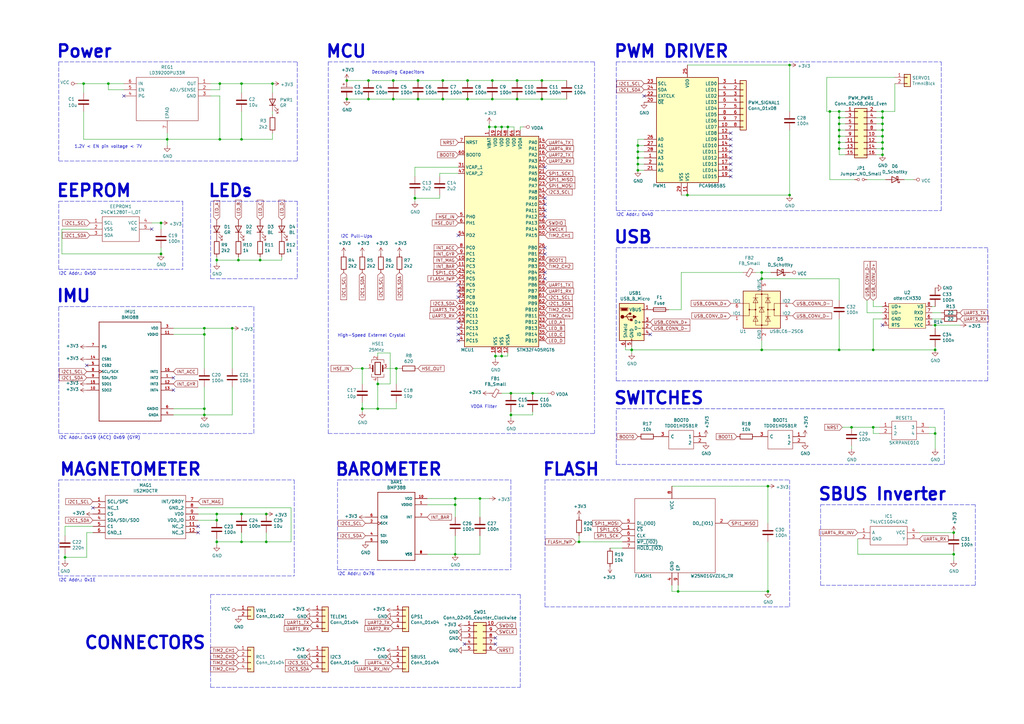
<source format=kicad_sch>
(kicad_sch (version 20231120) (generator "eeschema") (generator_version "8.0")
  (paper "A3")
  (title_block (title "Hades Micro") (date "2019-12-05"))
  (junction (at 261.62 59.69))
  (junction (at 237.49 222.25))
  (junction (at 349.25 175.26))
  (junction (at 109.22 222.25))
  (junction (at 34.29 34.29))
  (junction (at 344.17 55.88))
  (junction (at 88.9 210.82))
  (junction (at 344.17 60.96))
  (junction (at 83.82 134.62))
  (junction (at 261.62 64.77))
  (junction (at 200.66 52.07))
  (junction (at 261.62 69.85))
  (junction (at 88.9 213.36))
  (junction (at 142.24 33.02))
  (junction (at 170.18 81.28))
  (junction (at 148.59 167.64))
  (junction (at 361.95 53.34))
  (junction (at 111.76 34.29))
  (junction (at 314.96 199.39))
  (junction (at 383.54 133.35))
  (junction (at 171.45 33.02))
  (junction (at 106.68 106.68))
  (junction (at 218.44 161.29))
  (junction (at 361.95 58.42))
  (junction (at 68.58 57.15))
  (junction (at 361.95 55.88))
  (junction (at 151.13 33.02))
  (junction (at 278.13 242.57))
  (junction (at 209.55 170.18))
  (junction (at 358.14 143.51))
  (junction (at 361.95 50.8))
  (junction (at 361.95 63.5))
  (junction (at 261.62 67.31))
  (junction (at 186.69 204.47))
  (junction (at 391.16 227.33))
  (junction (at 208.28 52.07))
  (junction (at 191.77 40.64))
  (junction (at 358.14 175.26))
  (junction (at 361.95 48.26))
  (junction (at 383.54 177.8))
  (junction (at 154.94 157.48))
  (junction (at 181.61 40.64))
  (junction (at 171.45 40.64))
  (junction (at 314.96 242.57))
  (junction (at 154.94 167.64))
  (junction (at 83.82 170.18))
  (junction (at 109.22 210.82))
  (junction (at 344.17 48.26))
  (junction (at 344.17 53.34))
  (junction (at 83.82 137.16))
  (junction (at 148.59 151.13))
  (junction (at 88.9 106.68))
  (junction (at 186.69 207.01))
  (junction (at 97.79 106.68))
  (junction (at 261.62 62.23))
  (junction (at 212.09 40.64))
  (junction (at 142.24 40.64))
  (junction (at 161.29 33.02))
  (junction (at 203.2 146.05))
  (junction (at 99.06 210.82))
  (junction (at 151.13 40.64))
  (junction (at 222.25 40.64))
  (junction (at 191.77 33.02))
  (junction (at 259.08 143.51))
  (junction (at 344.17 143.51))
  (junction (at 222.25 33.02))
  (junction (at 95.25 134.62))
  (junction (at 161.29 40.64))
  (junction (at 212.09 33.02))
  (junction (at 203.2 52.07))
  (junction (at 66.04 104.14))
  (junction (at 99.06 57.15))
  (junction (at 391.16 218.44))
  (junction (at 186.69 227.33))
  (junction (at 26.67 228.6))
  (junction (at 99.06 34.29))
  (junction (at 162.56 151.13))
  (junction (at 196.85 204.47))
  (junction (at 90.17 57.15))
  (junction (at 281.94 80.01))
  (junction (at 340.36 45.72))
  (junction (at 83.82 167.64))
  (junction (at 323.85 26.67))
  (junction (at 66.04 91.44))
  (junction (at 383.54 143.51))
  (junction (at 209.55 161.29))
  (junction (at 344.17 45.72))
  (junction (at 205.74 146.05))
  (junction (at 344.17 50.8))
  (junction (at 323.85 80.01))
  (junction (at 312.42 114.3))
  (junction (at 312.42 111.76))
  (junction (at 201.93 40.64))
  (junction (at 361.95 45.72))
  (junction (at 90.17 34.29))
  (junction (at 205.74 52.07))
  (junction (at 312.42 143.51))
  (junction (at 44.45 34.29))
  (junction (at 181.61 33.02))
  (junction (at 361.95 60.96))
  (junction (at 201.93 33.02))
  (junction (at 99.06 222.25))
  (junction (at 88.9 222.25))
  (junction (at 344.17 58.42))
  (no_connect (at 187.96 132.08))
  (no_connect (at 71.12 154.94))
  (no_connect (at 361.95 133.35))
  (no_connect (at 187.96 139.7))
  (no_connect (at 38.1 208.28))
  (no_connect (at 299.72 64.77))
  (no_connect (at 203.2 264.16))
  (no_connect (at 187.96 137.16))
  (no_connect (at 266.7 137.16))
  (no_connect (at 187.96 116.84))
  (no_connect (at 187.96 96.52))
  (no_connect (at 223.52 88.9))
  (no_connect (at 203.2 261.62))
  (no_connect (at 299.72 69.85))
  (no_connect (at 71.12 160.02))
  (no_connect (at 81.28 218.44))
  (no_connect (at 223.52 86.36))
  (no_connect (at 190.5 264.16))
  (no_connect (at 299.72 57.15))
  (no_connect (at 299.72 72.39))
  (no_connect (at 299.72 59.69))
  (no_connect (at 223.52 83.82))
  (no_connect (at 81.28 215.9))
  (no_connect (at 299.72 62.23))
  (no_connect (at 223.52 104.14))
  (no_connect (at 223.52 101.6))
  (no_connect (at 223.52 68.58))
  (no_connect (at 187.96 134.62))
  (no_connect (at 187.96 119.38))
  (no_connect (at 50.8 39.37))
  (no_connect (at 62.23 93.98))
  (no_connect (at 264.16 39.37))
  (no_connect (at 223.52 114.3))
  (no_connect (at 35.56 149.86))
  (no_connect (at 223.52 81.28))
  (no_connect (at 187.96 121.92))
  (no_connect (at 223.52 111.76))
  (no_connect (at 299.72 54.61))
  (no_connect (at 299.72 67.31))
  (wire (pts (xy 344.17 63.5) (xy 344.17 60.96)))
  (wire (pts (xy 154.94 167.64) (xy 148.59 167.64)))
  (wire (pts (xy 119.38 222.25) (xy 109.22 222.25)))
  (wire (pts (xy 99.06 45.72) (xy 99.06 57.15)))
  (wire (pts (xy 261.62 59.69) (xy 261.62 62.23)))
  (wire (pts (xy 181.61 33.02) (xy 191.77 33.02)))
  (wire (pts (xy 115.57 106.68) (xy 106.68 106.68)))
  (polyline (pts (xy 252.73 156.21) (xy 405.13 156.21)) (stroke (width 0) (type dash)))
  (polyline (pts (xy 104.14 125.73) (xy 104.14 177.8)) (stroke (width 0) (type dash)))
  (wire (pts (xy 180.34 72.39) (xy 180.34 71.12)))
  (wire (pts (xy 386.08 130.81) (xy 382.27 130.81)))
  (wire (pts (xy 111.76 38.1) (xy 111.76 34.29)))
  (polyline (pts (xy 86.36 281.94) (xy 86.36 243.84)) (stroke (width 0) (type dash)))
  (wire (pts (xy 222.25 40.64) (xy 212.09 40.64)))
  (wire (pts (xy 323.85 45.72) (xy 323.85 26.67)))
  (wire (pts (xy 346.71 53.34) (xy 344.17 53.34)))
  (wire (pts (xy 90.17 36.83) (xy 90.17 34.29)))
  (wire (pts (xy 358.14 123.19) (xy 358.14 125.73)))
  (wire (pts (xy 191.77 33.02) (xy 201.93 33.02)))
  (wire (pts (xy 142.24 40.64) (xy 151.13 40.64)))
  (wire (pts (xy 26.67 219.71) (xy 26.67 215.9)))
  (wire (pts (xy 88.9 213.36) (xy 81.28 213.36)))
  (wire (pts (xy 339.09 31.75) (xy 339.09 45.72)))
  (polyline (pts (xy 336.55 240.03) (xy 400.05 240.03)) (stroke (width 0) (type dash)))
  (polyline (pts (xy 24.13 66.04) (xy 121.92 66.04)) (stroke (width 0) (type dash)))
  (wire (pts (xy 186.69 204.47) (xy 196.85 204.47)))
  (wire (pts (xy 109.22 210.82) (xy 99.06 210.82)))
  (wire (pts (xy 162.56 167.64) (xy 154.94 167.64)))
  (wire (pts (xy 359.41 48.26) (xy 361.95 48.26)))
  (wire (pts (xy 34.29 45.72) (xy 34.29 57.15)))
  (wire (pts (xy 186.69 207.01) (xy 186.69 204.47)))
  (wire (pts (xy 90.17 39.37) (xy 90.17 57.15)))
  (wire (pts (xy 358.14 175.26) (xy 358.14 177.8)))
  (wire (pts (xy 44.45 36.83) (xy 50.8 36.83)))
  (wire (pts (xy 232.41 33.02) (xy 222.25 33.02)))
  (wire (pts (xy 382.27 125.73) (xy 383.54 125.73)))
  (wire (pts (xy 383.54 177.8) (xy 383.54 175.26)))
  (wire (pts (xy 209.55 161.29) (xy 205.74 161.29)))
  (wire (pts (xy 237.49 219.71) (xy 237.49 222.25)))
  (wire (pts (xy 358.14 143.51) (xy 383.54 143.51)))
  (wire (pts (xy 83.82 167.64) (xy 71.12 167.64)))
  (wire (pts (xy 261.62 59.69) (xy 264.16 59.69)))
  (wire (pts (xy 383.54 133.35) (xy 393.7 133.35)))
  (wire (pts (xy 38.1 218.44) (xy 35.56 218.44)))
  (wire (pts (xy 218.44 161.29) (xy 224.79 161.29)))
  (polyline (pts (xy 86.36 82.55) (xy 121.92 82.55)) (stroke (width 0) (type dash)))
  (wire (pts (xy 111.76 54.61) (xy 111.76 57.15)))
  (wire (pts (xy 97.79 106.68) (xy 88.9 106.68)))
  (polyline (pts (xy 386.08 86.36) (xy 386.08 25.4)) (stroke (width 0) (type dash)))
  (wire (pts (xy 83.82 137.16) (xy 71.12 137.16)))
  (wire (pts (xy 88.9 222.25) (xy 88.9 220.98)))
  (polyline (pts (xy 24.13 25.4) (xy 24.13 66.04)) (stroke (width 0) (type dash)))
  (wire (pts (xy 261.62 57.15) (xy 261.62 59.69)))
  (wire (pts (xy 186.69 212.09) (xy 186.69 207.01)))
  (polyline (pts (xy 252.73 86.36) (xy 386.08 86.36)) (stroke (width 0) (type dash)))
  (polyline (pts (xy 252.73 190.5) (xy 387.35 190.5)) (stroke (width 0) (type dash)))
  (wire (pts (xy 205.74 52.07) (xy 203.2 52.07)))
  (wire (pts (xy 26.67 228.6) (xy 26.67 227.33)))
  (polyline (pts (xy 252.73 156.21) (xy 252.73 101.6)) (stroke (width 0) (type dash)))
  (wire (pts (xy 361.95 53.34) (xy 361.95 50.8)))
  (wire (pts (xy 264.16 57.15) (xy 261.62 57.15)))
  (wire (pts (xy 154.94 157.48) (xy 154.94 167.64)))
  (wire (pts (xy 196.85 212.09) (xy 196.85 204.47)))
  (wire (pts (xy 180.34 81.28) (xy 170.18 81.28)))
  (wire (pts (xy 309.88 111.76) (xy 312.42 111.76)))
  (wire (pts (xy 383.54 175.26) (xy 381 175.26)))
  (wire (pts (xy 99.06 38.1) (xy 99.06 34.29)))
  (polyline (pts (xy 213.36 243.84) (xy 213.36 281.94)) (stroke (width 0) (type dash)))
  (wire (pts (xy 279.4 111.76) (xy 304.8 111.76)))
  (wire (pts (xy 363.22 73.66) (xy 355.6 73.66)))
  (wire (pts (xy 186.69 207.01) (xy 175.26 207.01)))
  (polyline (pts (xy 134.62 177.8) (xy 243.84 177.8)) (stroke (width 0) (type dash)))
  (wire (pts (xy 142.24 33.02) (xy 151.13 33.02)))
  (wire (pts (xy 148.59 157.48) (xy 148.59 151.13)))
  (wire (pts (xy 209.55 170.18) (xy 218.44 170.18)))
  (wire (pts (xy 151.13 40.64) (xy 161.29 40.64)))
  (wire (pts (xy 31.75 34.29) (xy 34.29 34.29)))
  (wire (pts (xy 261.62 62.23) (xy 264.16 62.23)))
  (wire (pts (xy 367.03 31.75) (xy 339.09 31.75)))
  (wire (pts (xy 314.96 222.25) (xy 314.96 242.57)))
  (wire (pts (xy 205.74 146.05) (xy 203.2 146.05)))
  (polyline (pts (xy 138.43 196.85) (xy 209.55 196.85)) (stroke (width 0) (type dash)))
  (wire (pts (xy 162.56 157.48) (xy 162.56 151.13)))
  (wire (pts (xy 345.44 175.26) (xy 349.25 175.26)))
  (wire (pts (xy 218.44 170.18) (xy 218.44 168.91)))
  (polyline (pts (xy 24.13 177.8) (xy 104.14 177.8)) (stroke (width 0) (type dash)))
  (polyline (pts (xy 223.52 196.85) (xy 323.85 196.85)) (stroke (width 0) (type dash)))
  (wire (pts (xy 367.03 34.29) (xy 367.03 45.72)))
  (wire (pts (xy 359.41 58.42) (xy 361.95 58.42)))
  (wire (pts (xy 391.16 218.44) (xy 377.19 218.44)))
  (wire (pts (xy 171.45 40.64) (xy 161.29 40.64)))
  (wire (pts (xy 170.18 81.28) (xy 170.18 82.55)))
  (wire (pts (xy 208.28 144.78) (xy 208.28 146.05)))
  (wire (pts (xy 383.54 184.15) (xy 383.54 177.8)))
  (wire (pts (xy 97.79 105.41) (xy 97.79 106.68)))
  (wire (pts (xy 106.68 105.41) (xy 106.68 106.68)))
  (wire (pts (xy 259.08 143.51) (xy 259.08 144.78)))
  (polyline (pts (xy 252.73 101.6) (xy 405.13 101.6)) (stroke (width 0) (type dash)))
  (wire (pts (xy 340.36 73.66) (xy 340.36 45.72)))
  (wire (pts (xy 361.95 60.96) (xy 361.95 58.42)))
  (wire (pts (xy 83.82 158.75) (xy 83.82 167.64)))
  (polyline (pts (xy 24.13 110.49) (xy 24.13 82.55)) (stroke (width 0) (type dash)))
  (wire (pts (xy 25.4 104.14) (xy 66.04 104.14)))
  (wire (pts (xy 350.52 73.66) (xy 340.36 73.66)))
  (wire (pts (xy 261.62 67.31) (xy 264.16 67.31)))
  (wire (pts (xy 95.25 151.13) (xy 95.25 134.62)))
  (wire (pts (xy 279.4 80.01) (xy 281.94 80.01)))
  (wire (pts (xy 186.69 219.71) (xy 186.69 227.33)))
  (wire (pts (xy 162.56 151.13) (xy 163.83 151.13)))
  (polyline (pts (xy 24.13 25.4) (xy 121.92 25.4)) (stroke (width 0) (type dash)))
  (polyline (pts (xy 252.73 190.5) (xy 252.73 167.64)) (stroke (width 0) (type dash)))
  (polyline (pts (xy 252.73 86.36) (xy 252.73 25.4)) (stroke (width 0) (type dash)))
  (wire (pts (xy 86.36 39.37) (xy 90.17 39.37)))
  (wire (pts (xy 99.06 210.82) (xy 88.9 210.82)))
  (wire (pts (xy 344.17 55.88) (xy 344.17 53.34)))
  (polyline (pts (xy 223.52 248.92) (xy 323.85 248.92)) (stroke (width 0) (type dash)))
  (polyline (pts (xy 138.43 233.68) (xy 209.55 233.68)) (stroke (width 0) (type dash)))
  (wire (pts (xy 34.29 38.1) (xy 34.29 34.29)))
  (polyline (pts (xy 223.52 196.85) (xy 223.52 248.92)) (stroke (width 0) (type dash)))
  (wire (pts (xy 222.25 33.02) (xy 212.09 33.02)))
  (wire (pts (xy 358.14 175.26) (xy 360.68 175.26)))
  (polyline (pts (xy 120.65 196.85) (xy 120.65 236.22)) (stroke (width 0) (type dash)))
  (wire (pts (xy 205.74 53.34) (xy 205.74 52.07)))
  (wire (pts (xy 275.59 240.03) (xy 275.59 242.57)))
  (wire (pts (xy 95.25 170.18) (xy 83.82 170.18)))
  (wire (pts (xy 361.95 48.26) (xy 361.95 45.72)))
  (wire (pts (xy 383.54 142.24) (xy 383.54 143.51)))
  (wire (pts (xy 323.85 80.01) (xy 281.94 80.01)))
  (wire (pts (xy 346.71 60.96) (xy 344.17 60.96)))
  (wire (pts (xy 261.62 64.77) (xy 264.16 64.77)))
  (wire (pts (xy 312.42 111.76) (xy 312.42 114.3)))
  (wire (pts (xy 99.06 34.29) (xy 111.76 34.29)))
  (wire (pts (xy 358.14 130.81) (xy 361.95 130.81)))
  (wire (pts (xy 259.08 143.51) (xy 312.42 143.51)))
  (wire (pts (xy 323.85 53.34) (xy 323.85 80.01)))
  (wire (pts (xy 83.82 170.18) (xy 83.82 167.64)))
  (wire (pts (xy 99.06 218.44) (xy 99.06 222.25)))
  (wire (pts (xy 34.29 57.15) (xy 68.58 57.15)))
  (wire (pts (xy 148.59 168.91) (xy 148.59 167.64)))
  (polyline (pts (xy 121.92 82.55) (xy 121.92 114.3)) (stroke (width 0) (type dash)))
  (wire (pts (xy 355.6 128.27) (xy 361.95 128.27)))
  (wire (pts (xy 180.34 80.01) (xy 180.34 81.28)))
  (wire (pts (xy 35.56 218.44) (xy 35.56 228.6)))
  (wire (pts (xy 161.29 33.02) (xy 171.45 33.02)))
  (polyline (pts (xy 400.05 240.03) (xy 400.05 207.01)) (stroke (width 0) (type dash)))
  (wire (pts (xy 44.45 34.29) (xy 50.8 34.29)))
  (polyline (pts (xy 134.62 25.4) (xy 243.84 25.4)) (stroke (width 0) (type dash)))
  (polyline (pts (xy 86.36 281.94) (xy 213.36 281.94)) (stroke (width 0) (type dash)))
  (polyline (pts (xy 86.36 114.3) (xy 121.92 114.3)) (stroke (width 0) (type dash)))
  (wire (pts (xy 261.62 62.23) (xy 261.62 64.77)))
  (wire (pts (xy 83.82 170.18) (xy 71.12 170.18)))
  (polyline (pts (xy 336.55 240.03) (xy 336.55 207.01)) (stroke (width 0) (type dash)))
  (wire (pts (xy 212.09 40.64) (xy 201.93 40.64)))
  (wire (pts (xy 344.17 143.51) (xy 358.14 143.51)))
  (wire (pts (xy 236.22 222.25) (xy 237.49 222.25)))
  (wire (pts (xy 344.17 130.81) (xy 344.17 143.51)))
  (wire (pts (xy 83.82 137.16) (xy 83.82 134.62)))
  (wire (pts (xy 106.68 106.68) (xy 97.79 106.68)))
  (wire (pts (xy 256.54 142.24) (xy 256.54 143.51)))
  (polyline (pts (xy 24.13 110.49) (xy 74.93 110.49)) (stroke (width 0) (type dash)))
  (wire (pts (xy 88.9 210.82) (xy 81.28 210.82)))
  (wire (pts (xy 370.84 73.66) (xy 374.65 73.66)))
  (wire (pts (xy 349.25 184.15) (xy 349.25 182.88)))
  (wire (pts (xy 203.2 146.05) (xy 203.2 144.78)))
  (polyline (pts (xy 336.55 207.01) (xy 400.05 207.01)) (stroke (width 0) (type dash)))
  (wire (pts (xy 175.26 204.47) (xy 186.69 204.47)))
  (wire (pts (xy 359.41 60.96) (xy 361.95 60.96)))
  (wire (pts (xy 314.96 242.57) (xy 278.13 242.57)))
  (wire (pts (xy 115.57 105.41) (xy 115.57 106.68)))
  (wire (pts (xy 346.71 48.26) (xy 344.17 48.26)))
  (wire (pts (xy 90.17 34.29) (xy 86.36 34.29)))
  (wire (pts (xy 256.54 143.51) (xy 259.08 143.51)))
  (polyline (pts (xy 86.36 243.84) (xy 213.36 243.84)) (stroke (width 0) (type dash)))
  (wire (pts (xy 200.66 50.8) (xy 200.66 52.07)))
  (wire (pts (xy 391.16 229.87) (xy 391.16 227.33)))
  (wire (pts (xy 358.14 177.8) (xy 360.68 177.8)))
  (wire (pts (xy 196.85 227.33) (xy 186.69 227.33)))
  (polyline (pts (xy 86.36 114.3) (xy 86.36 82.55)) (stroke (width 0) (type dash)))
  (wire (pts (xy 34.29 34.29) (xy 44.45 34.29)))
  (wire (pts (xy 386.08 128.27) (xy 382.27 128.27)))
  (wire (pts (xy 186.69 227.33) (xy 175.26 227.33)))
  (wire (pts (xy 316.23 111.76) (xy 312.42 111.76)))
  (wire (pts (xy 88.9 223.52) (xy 88.9 222.25)))
  (wire (pts (xy 361.95 50.8) (xy 361.95 48.26)))
  (wire (pts (xy 359.41 53.34) (xy 361.95 53.34)))
  (wire (pts (xy 340.36 45.72) (xy 344.17 45.72)))
  (wire (pts (xy 344.17 45.72) (xy 346.71 45.72)))
  (polyline (pts (xy 24.13 125.73) (xy 104.14 125.73)) (stroke (width 0) (type dash)))
  (wire (pts (xy 208.28 52.07) (xy 205.74 52.07)))
  (wire (pts (xy 196.85 219.71) (xy 196.85 227.33)))
  (wire (pts (xy 162.56 165.1) (xy 162.56 167.64)))
  (wire (pts (xy 154.94 157.48) (xy 154.94 156.21)))
  (wire (pts (xy 358.14 125.73) (xy 361.95 125.73)))
  (wire (pts (xy 261.62 64.77) (xy 261.62 67.31)))
  (wire (pts (xy 181.61 40.64) (xy 171.45 40.64)))
  (wire (pts (xy 261.62 69.85) (xy 264.16 69.85)))
  (wire (pts (xy 170.18 68.58) (xy 187.96 68.58)))
  (wire (pts (xy 213.36 52.07) (xy 213.36 53.34)))
  (wire (pts (xy 88.9 106.68) (xy 88.9 105.41)))
  (wire (pts (xy 86.36 36.83) (xy 90.17 36.83)))
  (wire (pts (xy 261.62 67.31) (xy 261.62 69.85)))
  (wire (pts (xy 90.17 57.15) (xy 68.58 57.15)))
  (wire (pts (xy 344.17 143.51) (xy 312.42 143.51)))
  (wire (pts (xy 171.45 33.02) (xy 181.61 33.02)))
  (wire (pts (xy 44.45 34.29) (xy 44.45 36.83)))
  (wire (pts (xy 381 177.8) (xy 383.54 177.8)))
  (wire (pts (xy 196.85 204.47) (xy 200.66 204.47)))
  (polyline (pts (xy 209.55 196.85) (xy 209.55 233.68)) (stroke (width 0) (type dash)))
  (wire (pts (xy 349.25 175.26) (xy 358.14 175.26)))
  (wire (pts (xy 203.2 53.34) (xy 203.2 52.07)))
  (wire (pts (xy 201.93 33.02) (xy 212.09 33.02)))
  (wire (pts (xy 154.94 146.05) (xy 154.94 144.78)))
  (polyline (pts (xy 74.93 82.55) (xy 74.93 110.49)) (stroke (width 0) (type dash)))
  (polyline (pts (xy 24.13 82.55) (xy 74.93 82.55)) (stroke (width 0) (type dash)))
  (wire (pts (xy 205.74 144.78) (xy 205.74 146.05)))
  (wire (pts (xy 99.06 34.29) (xy 90.17 34.29)))
  (wire (pts (xy 88.9 107.95) (xy 88.9 106.68)))
  (wire (pts (xy 344.17 50.8) (xy 344.17 48.26)))
  (wire (pts (xy 203.2 147.32) (xy 203.2 146.05)))
  (wire (pts (xy 208.28 146.05) (xy 205.74 146.05)))
  (polyline (pts (xy 387.35 190.5) (xy 387.35 167.64)) (stroke (width 0) (type dash)))
  (wire (pts (xy 160.02 144.78) (xy 160.02 157.48)))
  (wire (pts (xy 351.79 220.98) (xy 351.79 227.33)))
  (wire (pts (xy 209.55 168.91) (xy 209.55 170.18)))
  (wire (pts (xy 209.55 170.18) (xy 209.55 171.45)))
  (wire (pts (xy 314.96 214.63) (xy 314.96 199.39)))
  (wire (pts (xy 391.16 227.33) (xy 391.16 226.06)))
  (wire (pts (xy 278.13 242.57) (xy 278.13 240.03)))
  (wire (pts (xy 383.54 133.35) (xy 382.27 133.35)))
  (wire (pts (xy 170.18 72.39) (xy 170.18 68.58)))
  (wire (pts (xy 339.09 45.72) (xy 340.36 45.72)))
  (wire (pts (xy 203.2 52.07) (xy 200.66 52.07)))
  (wire (pts (xy 83.82 151.13) (xy 83.82 137.16)))
  (wire (pts (xy 151.13 33.02) (xy 161.29 33.02)))
  (wire (pts (xy 36.83 93.98) (xy 25.4 93.98)))
  (wire (pts (xy 109.22 218.44) (xy 109.22 222.25)))
  (polyline (pts (xy 243.84 25.4) (xy 243.84 177.8)) (stroke (width 0) (type dash)))
  (polyline (pts (xy 24.13 236.22) (xy 120.65 236.22)) (stroke (width 0) (type dash)))
  (wire (pts (xy 344.17 53.34) (xy 344.17 50.8)))
  (wire (pts (xy 144.78 151.13) (xy 148.59 151.13)))
  (wire (pts (xy 210.82 52.07) (xy 208.28 52.07)))
  (polyline (pts (xy 323.85 196.85) (xy 323.85 248.92)) (stroke (width 0) (type dash)))
  (wire (pts (xy 119.38 208.28) (xy 119.38 222.25)))
  (polyline (pts (xy 134.62 177.8) (xy 134.62 25.4)) (stroke (width 0) (type dash)))
  (wire (pts (xy 210.82 53.34) (xy 210.82 52.07)))
  (wire (pts (xy 154.94 144.78) (xy 160.02 144.78)))
  (wire (pts (xy 275.59 242.57) (xy 278.13 242.57)))
  (wire (pts (xy 26.67 215.9) (xy 38.1 215.9)))
  (wire (pts (xy 312.42 143.51) (xy 312.42 139.7)))
  (wire (pts (xy 214.63 52.07) (xy 213.36 52.07)))
  (polyline (pts (xy 24.13 177.8) (xy 24.13 125.73)) (stroke (width 0) (type dash)))
  (polyline (pts (xy 252.73 167.64) (xy 387.35 167.64)) (stroke (width 0) (type dash)))
  (wire (pts (xy 111.76 46.99) (xy 111.76 45.72)))
  (wire (pts (xy 218.44 161.29) (xy 209.55 161.29)))
  (polyline (pts (xy 405.13 156.21) (xy 405.13 101.6)) (stroke (width 0) (type dash)))
  (wire (pts (xy 26.67 229.87) (xy 26.67 228.6)))
  (wire (pts (xy 200.66 52.07) (xy 200.66 53.34)))
  (wire (pts (xy 99.06 222.25) (xy 88.9 222.25)))
  (polyline (pts (xy 138.43 233.68) (xy 138.43 196.85)) (stroke (width 0) (type dash)))
  (wire (pts (xy 111.76 57.15) (xy 99.06 57.15)))
  (wire (pts (xy 95.25 158.75) (xy 95.25 170.18)))
  (wire (pts (xy 344.17 48.26) (xy 344.17 45.72)))
  (wire (pts (xy 351.79 227.33) (xy 391.16 227.33)))
  (wire (pts (xy 361.95 45.72) (xy 359.41 45.72)))
  (wire (pts (xy 154.94 157.48) (xy 160.02 157.48)))
  (wire (pts (xy 361.95 63.5) (xy 361.95 60.96)))
  (wire (pts (xy 346.71 55.88) (xy 344.17 55.88)))
  (wire (pts (xy 68.58 59.69) (xy 68.58 57.15)))
  (wire (pts (xy 367.03 45.72) (xy 361.95 45.72)))
  (wire (pts (xy 361.95 55.88) (xy 361.95 53.34)))
  (wire (pts (xy 158.75 151.13) (xy 162.56 151.13)))
  (wire (pts (xy 66.04 104.14) (xy 66.04 101.6)))
  (wire (pts (xy 88.9 213.36) (xy 88.9 210.82)))
  (wire (pts (xy 232.41 40.64) (xy 222.25 40.64)))
  (polyline (pts (xy 24.13 236.22) (xy 24.13 196.85)) (stroke (width 0) (type dash)))
  (wire (pts (xy 99.06 57.15) (xy 90.17 57.15)))
  (wire (pts (xy 344.17 114.3) (xy 344.17 123.19)))
  (wire (pts (xy 250.19 224.79) (xy 255.27 224.79)))
  (wire (pts (xy 323.85 26.67) (xy 281.94 26.67)))
  (wire (pts (xy 170.18 80.01) (xy 170.18 81.28)))
  (wire (pts (xy 35.56 228.6) (xy 26.67 228.6)))
  (wire (pts (xy 346.71 58.42) (xy 344.17 58.42)))
  (wire (pts (xy 66.04 91.44) (xy 62.23 91.44)))
  (wire (pts (xy 83.82 134.62) (xy 95.25 134.62)))
  (wire (pts (xy 314.96 199.39) (xy 275.59 199.39)))
  (wire (pts (xy 359.41 63.5) (xy 361.95 63.5)))
  (wire (pts (xy 25.4 93.98) (xy 25.4 104.14)))
  (wire (pts (xy 344.17 60.96) (xy 344.17 58.42)))
  (wire (pts (xy 201.93 40.64) (xy 191.77 40.64)))
  (polyline (pts (xy 252.73 25.4) (xy 386.08 25.4)) (stroke (width 0) (type dash)))
  (wire (pts (xy 383.54 134.62) (xy 383.54 133.35)))
  (wire (pts (xy 180.34 71.12) (xy 187.96 71.12)))
  (polyline (pts (xy 24.13 196.85) (xy 120.65 196.85)) (stroke (width 0) (type dash)))
  (wire (pts (xy 191.77 40.64) (xy 181.61 40.64)))
  (polyline (pts (xy 121.92 66.04) (xy 121.92 25.4)) (stroke (width 0) (type dash)))
  (wire (pts (xy 361.95 58.42) (xy 361.95 55.88)))
  (wire (pts (xy 237.49 222.25) (xy 255.27 222.25)))
  (wire (pts (xy 68.58 57.15) (xy 68.58 54.61)))
  (wire (pts (xy 346.71 63.5) (xy 344.17 63.5)))
  (wire (pts (xy 355.6 123.19) (xy 355.6 128.27)))
  (wire (pts (xy 148.59 151.13) (xy 151.13 151.13)))
  (wire (pts (xy 359.41 55.88) (xy 361.95 55.88)))
  (wire (pts (xy 359.41 50.8) (xy 361.95 50.8)))
  (wire (pts (xy 71.12 134.62) (xy 83.82 134.62)))
  (wire (pts (xy 81.28 208.28) (xy 119.38 208.28)))
  (wire (pts (xy 346.71 50.8) (xy 344.17 50.8)))
  (wire (pts (xy 109.22 222.25) (xy 99.06 222.25)))
  (wire (pts (xy 259.08 142.24) (xy 259.08 143.51)))
  (wire (pts (xy 148.59 167.64) (xy 148.59 165.1)))
  (wire (pts (xy 344.17 114.3) (xy 312.42 114.3)))
  (wire (pts (xy 66.04 93.98) (xy 66.04 91.44)))
  (wire (pts (xy 274.32 127) (xy 279.4 127)))
  (wire (pts (xy 358.14 130.81) (xy 358.14 143.51)))
  (wire (pts (xy 208.28 53.34) (xy 208.28 52.07)))
  (wire (pts (xy 344.17 58.42) (xy 344.17 55.88)))
  (wire (pts (xy 279.4 127) (xy 279.4 111.76)))
  (text "SWITCHES" (at 251.46 166.37 0) (effects (font (size 5.0038 5.0038) (thickness 1.0008) (bold yes)) (justify left bottom)))
  (text "EEPROM" (at 22.86 81.28 0) (effects (font (size 5.0038 5.0038) (thickness 1.0008) (bold yes)) (justify left bottom)))
  (text "FLASH" (at 222.25 195.58 0) (effects (font (size 5.0038 5.0038) (thickness 1.0008) (bold yes)) (justify left bottom)))
  (text "I2C Addr.: 0x40" (at 252.73 88.9 0) (effects (font (size 1.27 1.27)) (justify left bottom)))
  (text "CONNECTORS" (at 34.29 266.7 0) (effects (font (size 5.0038 5.0038) (thickness 1.0008) (bold yes)) (justify left bottom)))
  (text "1.2V < EN pin voltage < 7V" (at 30.48 60.96 0) (effects (font (size 1.27 1.27)) (justify left bottom)))
  (text "VDDA Filter" (at 193.04 167.64 0) (effects (font (size 1.27 1.27)) (justify left bottom)))
  (text "IMU" (at 22.86 124.46 0) (effects (font (size 5.0038 5.0038) (thickness 1.0008) (bold yes)) (justify left bottom)))
  (text "Decoupling Capacitors" (at 152.4 30.48 0) (effects (font (size 1.27 1.27)) (justify left bottom)))
  (text "PWM DRIVER" (at 251.46 24.13 0) (effects (font (size 5.0038 5.0038) (thickness 1.0008) (bold yes)) (justify left bottom)))
  (text "I2C Addr.: 0x19 (ACC) 0x69 (GYR)" (at 24.13 180.34 0) (effects (font (size 1.27 1.27)) (justify left bottom)))
  (text "BAROMETER" (at 137.16 195.58 0) (effects (font (size 5.0038 5.0038) (thickness 1.0008) (bold yes)) (justify left bottom)))
  (text "MCU" (at 133.35 24.13 0) (effects (font (size 5.0038 5.0038) (thickness 1.0008) (bold yes)) (justify left bottom)))
  (text "LEDs" (at 85.09 81.28 0) (effects (font (size 5.0038 5.0038) (thickness 1.0008) (bold yes)) (justify left bottom)))
  (text "SBUS Inverter" (at 335.28 205.74 0) (effects (font (size 5.0038 5.0038) (thickness 1.0008) (bold yes)) (justify left bottom)))
  (text "Power" (at 22.86 24.13 0) (effects (font (size 5.0038 5.0038) (thickness 1.0008) (bold yes)) (justify left bottom)))
  (text "I2C Addr.: 0x1E" (at 24.13 238.76 0) (effects (font (size 1.27 1.27)) (justify left bottom)))
  (text "I2C Pull-Ups" (at 139.7 97.79 0) (effects (font (size 1.27 1.27)) (justify left bottom)))
  (text "I2C Addr.: 0x50" (at 24.13 113.03 0) (effects (font (size 1.27 1.27)) (justify left bottom)))
  (text "USB" (at 251.46 100.33 0) (effects (font (size 5.0038 5.0038) (thickness 1.0008) (bold yes)) (justify left bottom)))
  (text "High-Speed Externel Crystal" (at 138.43 138.43 0) (effects (font (size 1.27 1.27)) (justify left bottom)))
  (text "MAGNETOMETER" (at 24.13 195.58 0) (effects (font (size 5.0038 5.0038) (thickness 1.0008) (bold yes)) (justify left bottom)))
  (text "I2C Addr.: 0x76" (at 138.43 236.22 0) (effects (font (size 1.27 1.27)) (justify left bottom)))
  (global_label "BOOT0" (shape input) (at 187.96 63.5 180) (property "Intersheetrefs" "${INTERSHEET_REFS}" (effects (hide yes))))
  (global_label "USB_CONN_D-" (shape input) (at 266.7 134.62 0) (property "Intersheetrefs" "${INTERSHEET_REFS}" (effects (hide yes))))
  (global_label "I2C3_SCL" (shape input) (at 223.52 78.74 0) (property "Intersheetrefs" "${INTERSHEET_REFS}" (effects (hide yes))))
  (global_label "INT_MAG" (shape input) (at 81.28 205.74 0) (property "Intersheetrefs" "${INTERSHEET_REFS}" (effects (hide yes))))
  (global_label "INT_BAR" (shape input) (at 175.26 212.09 0) (property "Intersheetrefs" "${INTERSHEET_REFS}" (effects (hide yes))))
  (global_label "SWDIO" (shape input) (at 203.2 256.54 0) (property "Intersheetrefs" "${INTERSHEET_REFS}" (effects (hide yes))))
  (global_label "I2C1_SDA" (shape input) (at 264.16 36.83 180) (property "Intersheetrefs" "${INTERSHEET_REFS}" (effects (hide yes))))
  (global_label "I2C1_SDA" (shape input) (at 223.52 124.46 0) (property "Intersheetrefs" "${INTERSHEET_REFS}" (effects (hide yes))))
  (global_label "INT_GYR" (shape input) (at 187.96 104.14 180) (property "Intersheetrefs" "${INTERSHEET_REFS}" (effects (hide yes))))
  (global_label "NRST" (shape input) (at 203.2 266.7 0) (property "Intersheetrefs" "${INTERSHEET_REFS}" (effects (hide yes))))
  (global_label "SPI1_CS" (shape input) (at 255.27 217.17 180) (property "Intersheetrefs" "${INTERSHEET_REFS}" (effects (hide yes))))
  (global_label "SWCLK" (shape input) (at 203.2 259.08 0) (property "Intersheetrefs" "${INTERSHEET_REFS}" (effects (hide yes))))
  (global_label "LED_A" (shape input) (at 88.9 90.17 90) (property "Intersheetrefs" "${INTERSHEET_REFS}" (effects (hide yes))))
  (global_label "BOOT1" (shape input) (at 223.52 106.68 0) (property "Intersheetrefs" "${INTERSHEET_REFS}" (effects (hide yes))))
  (global_label "UART1_TX" (shape input) (at 223.52 116.84 0) (property "Intersheetrefs" "${INTERSHEET_REFS}" (effects (hide yes))))
  (global_label "I2C1_SCL" (shape input) (at 38.1 205.74 180) (property "Intersheetrefs" "${INTERSHEET_REFS}" (effects (hide yes))))
  (global_label "SPI1_MOSI" (shape input) (at 223.52 76.2 0) (property "Intersheetrefs" "${INTERSHEET_REFS}" (effects (hide yes))))
  (global_label "NRST" (shape input) (at 187.96 58.42 180) (property "Intersheetrefs" "${INTERSHEET_REFS}" (effects (hide yes))))
  (global_label "USB_CONN_D+" (shape input) (at 299.72 124.46 180) (property "Intersheetrefs" "${INTERSHEET_REFS}" (effects (hide yes))))
  (global_label "UART4_RX" (shape input) (at 377.19 220.98 0) (property "Intersheetrefs" "${INTERSHEET_REFS}" (effects (hide yes))))
  (global_label "USB_CONV_D+" (shape input) (at 299.72 129.54 180) (property "Intersheetrefs" "${INTERSHEET_REFS}" (effects (hide yes))))
  (global_label "HSE_IN" (shape input) (at 144.78 151.13 180) (property "Intersheetrefs" "${INTERSHEET_REFS}" (effects (hide yes))))
  (global_label "LED_D" (shape input) (at 223.52 139.7 0) (property "Intersheetrefs" "${INTERSHEET_REFS}" (effects (hide yes))))
  (global_label "LED_B" (shape input) (at 97.79 90.17 90) (property "Intersheetrefs" "${INTERSHEET_REFS}" (effects (hide yes))))
  (global_label "SPI1_CS" (shape input) (at 187.96 111.76 180) (property "Intersheetrefs" "${INTERSHEET_REFS}" (effects (hide yes))))
  (global_label "USB_CONV_D-" (shape input) (at 355.6 123.19 90) (property "Intersheetrefs" "${INTERSHEET_REFS}" (effects (hide yes))))
  (global_label "UART3_TX" (shape input) (at 187.96 127 180) (property "Intersheetrefs" "${INTERSHEET_REFS}" (effects (hide yes))))
  (global_label "I2C1_SCL" (shape input) (at 140.97 111.76 270) (property "Intersheetrefs" "${INTERSHEET_REFS}" (effects (hide yes))))
  (global_label "I2C1_SDA" (shape input) (at 149.86 219.71 180) (property "Intersheetrefs" "${INTERSHEET_REFS}" (effects (hide yes))))
  (global_label "LED_B" (shape input) (at 223.52 134.62 0) (property "Intersheetrefs" "${INTERSHEET_REFS}" (effects (hide yes))))
  (global_label "SWDIO" (shape input) (at 223.52 91.44 0) (property "Intersheetrefs" "${INTERSHEET_REFS}" (effects (hide yes))))
  (global_label "HSE_IN" (shape input) (at 187.96 88.9 180) (property "Intersheetrefs" "${INTERSHEET_REFS}" (effects (hide yes))))
  (global_label "I2C3_SCL" (shape input) (at 156.21 111.76 270) (property "Intersheetrefs" "${INTERSHEET_REFS}" (effects (hide yes))))
  (global_label "TIM2_CH4" (shape input) (at 97.79 274.32 180) (property "Intersheetrefs" "${INTERSHEET_REFS}" (effects (hide yes))))
  (global_label "SPI1_MOSI" (shape input) (at 255.27 214.63 180) (property "Intersheetrefs" "${INTERSHEET_REFS}" (effects (hide yes))))
  (global_label "FLASH_!WP" (shape input) (at 187.96 114.3 180) (property "Intersheetrefs" "${INTERSHEET_REFS}" (effects (hide yes))))
  (global_label "BOOT1" (shape input) (at 302.26 179.07 180) (property "Intersheetrefs" "${INTERSHEET_REFS}" (effects (hide yes))))
  (global_label "NRST" (shape input) (at 345.44 175.26 180) (property "Intersheetrefs" "${INTERSHEET_REFS}" (effects (hide yes))))
  (global_label "I2C1_SDA" (shape input) (at 36.83 96.52 180) (property "Intersheetrefs" "${INTERSHEET_REFS}" (effects (hide yes))))
  (global_label "UART4_RX_INV" (shape input) (at 161.29 274.32 180) (property "Intersheetrefs" "${INTERSHEET_REFS}" (effects (hide yes))))
  (global_label "SPI1_SCK" (shape input) (at 223.52 71.12 0) (property "Intersheetrefs" "${INTERSHEET_REFS}" (effects (hide yes))))
  (global_label "UART3_RX" (shape input) (at 393.7 130.81 0) (property "Intersheetrefs" "${INTERSHEET_REFS}" (effects (hide yes))))
  (global_label "UART2_RX" (shape input) (at 161.29 257.81 180) (property "Intersheetrefs" "${INTERSHEET_REFS}" (effects (hide yes))))
  (global_label "LED_C" (shape input) (at 106.68 90.17 90) (property "Intersheetrefs" "${INTERSHEET_REFS}" (effects (hide yes))))
  (global_label "LED_D" (shape input) (at 115.57 90.17 90) (property "Intersheetrefs" "${INTERSHEET_REFS}" (effects (hide yes))))
  (global_label "USB_CONN_D-" (shape input) (at 325.12 124.46 0) (property "Intersheetrefs" "${INTERSHEET_REFS}" (effects (hide yes))))
  (global_label "UART1_TX" (shape input) (at 128.27 255.27 180) (property "Intersheetrefs" "${INTERSHEET_REFS}" (effects (hide yes))))
  (global_label "I2C3_SCL" (shape input) (at 128.27 271.78 180) (property "Intersheetrefs" "${INTERSHEET_REFS}" (effects (hide yes))))
  (global_label "SWCLK" (shape input) (at 223.52 93.98 0) (property "Intersheetrefs" "${INTERSHEET_REFS}" (effects (hide yes))))
  (global_label "I2C1_SCL" (shape input) (at 223.52 121.92 0) (property "Intersheetrefs" "${INTERSHEET_REFS}" (effects (hide yes))))
  (global_label "I2C1_SDA" (shape input) (at 35.56 154.94 180) (property "Intersheetrefs" "${INTERSHEET_REFS}" (effects (hide yes))))
  (global_label "UART2_TX" (shape input) (at 161.29 255.27 180) (property "Intersheetrefs" "${INTERSHEET_REFS}" (effects (hide yes))))
  (global_label "UART3_RX" (shape input) (at 187.96 129.54 180) (property "Intersheetrefs" "${INTERSHEET_REFS}" (effects (hide yes))))
  (global_label "I2C1_SCL" (shape input) (at 264.16 34.29 180) (property "Intersheetrefs" "${INTERSHEET_REFS}" (effects (hide yes))))
  (global_label "I2C1_SDA" (shape input) (at 148.59 111.76 270) (property "Intersheetrefs" "${INTERSHEET_REFS}" (effects (hide yes))))
  (global_label "UART4_TX" (shape input) (at 223.52 58.42 0) (property "Intersheetrefs" "${INTERSHEET_REFS}" (effects (hide yes))))
  (global_label "TIM2_CH1" (shape input) (at 97.79 266.7 180) (property "Intersheetrefs" "${INTERSHEET_REFS}" (effects (hide yes))))
  (global_label "USB_CONN_D+" (shape input) (at 266.7 132.08 0) (property "Intersheetrefs" "${INTERSHEET_REFS}" (effects (hide yes))))
  (global_label "LED_C" (shape input) (at 223.52 137.16 0) (property "Intersheetrefs" "${INTERSHEET_REFS}" (effects (hide yes))))
  (global_label "INT_GYR" (shape input) (at 71.12 157.48 0) (property "Intersheetrefs" "${INTERSHEET_REFS}" (effects (hide yes))))
  (global_label "UART4_TX" (shape input) (at 161.29 271.78 180) (property "Intersheetrefs" "${INTERSHEET_REFS}" (effects (hide yes))))
  (global_label "SPI1_MISO" (shape input) (at 298.45 214.63 0) (property "Intersheetrefs" "${INTERSHEET_REFS}" (effects (hide yes))))
  (global_label "I2C1_SCL" (shape input) (at 36.83 91.44 180) (property "Intersheetrefs" "${INTERSHEET_REFS}" (effects (hide yes))))
  (global_label "BOOT0" (shape input) (at 261.62 179.07 180) (property "Intersheetrefs" "${INTERSHEET_REFS}" (effects (hide yes))))
  (global_label "I2C3_SDA" (shape input) (at 163.83 111.76 270) (property "Intersheetrefs" "${INTERSHEET_REFS}" (effects (hide yes))))
  (global_label "UART2_RX" (shape input) (at 223.52 66.04 0) (property "Intersheetrefs" "${INTERSHEET_REFS}" (effects (hide yes))))
  (global_label "I2C1_SCL" (shape input) (at 149.86 214.63 180) (property "Intersheetrefs" "${INTERSHEET_REFS}" (effects (hide yes))))
  (global_label "UART2_TX" (shape input) (at 223.52 63.5 0) (property "Intersheetrefs" "${INTERSHEET_REFS}" (effects (hide yes))))
  (global_label "UART4_RX" (shape input) (at 223.52 60.96 0) (property "Intersheetrefs" "${INTERSHEET_REFS}" (effects (hide yes))))
  (global_label "TIM2_CH3" (shape input) (at 97.79 271.78 180) (property "Intersheetrefs" "${INTERSHEET_REFS}" (effects (hide yes))))
  (global_label "UART4_RX_INV" (shape input) (at 351.79 218.44 180) (property "Intersheetrefs" "${INTERSHEET_REFS}" (effects (hide yes))))
  (global_label "INT_BAR" (shape input) (at 187.96 109.22 180) (property "Intersheetrefs" "${INTERSHEET_REFS}" (effects (hide yes))))
  (global_label "TIM2_CH2" (shape input) (at 223.52 109.22 0) (property "Intersheetrefs" "${INTERSHEET_REFS}" (effects (hide yes))))
  (global_label "USB_CONV_D-" (shape input) (at 325.12 129.54 0) (property "Intersheetrefs" "${INTERSHEET_REFS}" (effects (hide yes))))
  (global_label "HSE_OUT" (shape input) (at 171.45 151.13 0) (property "Intersheetrefs" "${INTERSHEET_REFS}" (effects (hide yes))))
  (global_label "I2C3_SDA" (shape input) (at 128.27 274.32 180) (property "Intersheetrefs" "${INTERSHEET_REFS}" (effects (hide yes))))
  (global_label "SPI1_SCK" (shape input) (at 255.27 219.71 180) (property "Intersheetrefs" "${INTERSHEET_REFS}" (effects (hide yes))))
  (global_label "UART3_TX" (shape input) (at 393.7 128.27 0) (property "Intersheetrefs" "${INTERSHEET_REFS}" (effects (hide yes))))
  (global_label "INT_ACC" (shape input) (at 187.96 101.6 180) (property "Intersheetrefs" "${INTERSHEET_REFS}" (effects (hide yes))))
  (global_label "UART1_RX" (shape input) (at 223.52 119.38 0) (property "Intersheetrefs" "${INTERSHEET_REFS}" (effects (hide yes))))
  (global_label "I2C1_SCL" (shape input) (at 35.56 152.4 180) (property "Intersheetrefs" "${INTERSHEET_REFS}" (effects (hide yes))))
  (global_label "TIM2_CH1" (shape input) (at 223.52 96.52 0) (property "Intersheetrefs" "${INTERSHEET_REFS}" (effects (hide yes))))
  (global_label "SPI1_MISO" (shape input) (at 223.52 73.66 0) (property "Intersheetrefs" "${INTERSHEET_REFS}" (effects (hide yes))))
  (global_label "TIM2_CH4" (shape input) (at 223.52 129.54 0) (property "Intersheetrefs" "${INTERSHEET_REFS}" (effects (hide yes))))
  (global_label "TIM2_CH2" (shape input) (at 97.79 269.24 180) (property "Intersheetrefs" "${INTERSHEET_REFS}" (effects (hide yes))))
  (global_label "I2C1_SDA" (shape input) (at 38.1 213.36 180) (property "Intersheetrefs" "${INTERSHEET_REFS}" (effects (hide yes))))
  (global_label "INT_ACC" (shape input) (at 71.12 152.4 0) (property "Intersheetrefs" "${INTERSHEET_REFS}" (effects (hide yes))))
  (global_label "USB_CONV_D+" (shape input) (at 358.14 123.19 90) (property "Intersheetrefs" "${INTERSHEET_REFS}" (effects (hide yes))))
  (global_label "HSE_OUT" (shape input) (at 187.96 91.44 180) (property "Intersheetrefs" "${INTERSHEET_REFS}" (effects (hide yes))))
  (global_label "LED_A" (shape input) (at 223.52 132.08 0) (property "Intersheetrefs" "${INTERSHEET_REFS}" (effects (hide yes))))
  (global_label "I2C3_SDA" (shape input) (at 187.96 124.46 180) (property "Intersheetrefs" "${INTERSHEET_REFS}" (effects (hide yes))))
  (global_label "INT_MAG" (shape input) (at 187.96 106.68 180) (property "Intersheetrefs" "${INTERSHEET_REFS}" (effects (hide yes))))
  (global_label "TIM2_CH3" (shape input) (at 223.52 127 0) (property "Intersheetrefs" "${INTERSHEET_REFS}" (effects (hide yes))))
  (global_label "UART1_RX" (shape input) (at 128.27 257.81 180) (property "Intersheetrefs" "${INTERSHEET_REFS}" (effects (hide yes))))
  (global_label "FLASH_!WP" (shape input) (at 236.22 222.25 180) (property "Intersheetrefs" "${INTERSHEET_REFS}" (effects (hide yes))))
  (symbol (lib_id "HadesMicro-rescue:STM32F405RGTx-MCU_ST_STM32F4") (at 205.74 99.06 0) (unit 1)
    (property "Reference" "MCU1" (at 191.77 143.51 0))
    (property "Value" "STM32F405RGT6" (at 219.71 143.51 0))
    (property "Footprint" "Package_QFP:LQFP-64_10x10mm_P0.5mm" (effects (hide yes)))
    (property "Datasheet" "http://www.st.com/st-web-ui/static/active/en/resource/technical/document/datasheet/DM00037051.pdf" (effects (hide yes)))
  )
  (symbol (lib_name "BMI088:BMI088") (lib_id "BMI088:BMI088") (at 53.34 152.4 0) (unit 1)
    (property "Reference" "IMU1" (at 53.34 127.8382 0))
    (property "Value" "BMI088" (at 53.34 130.1496 0))
    (property "Footprint" "BMI088:PQFN50P450X300X100-16N" (effects (hide yes)))
    (property "Datasheet" "BMI088" (effects (hide yes)))
    (property "Field4" "None" (effects (hide yes)))
    (property "Field5" "VFLGA-16 Bosch Sensortec" (effects (hide yes)))
    (property "Field6" "Bosch Sensortec" (effects (hide yes)))
    (property "Field7" "High-performance 6-axis inertial sensor _accelerometer + gyroscope_" (effects (hide yes)))
    (property "Field8" "Unavailable" (effects (hide yes)))
  )
  (symbol (lib_id "IIS2MDCTR:IIS2MDCTR") (at 38.1 205.74 0) (unit 1)
    (property "Reference" "MAG1" (at 59.69 199.009 0))
    (property "Value" "IIS2MDCTR" (at 59.69 201.3204 0))
    (property "Footprint" "IIS2MDCTR:IIS2MDCTR" (effects (hide yes)))
    (property "Datasheet" "https://www.st.com/resource/en/datasheet/iis2mdc.pdf" (effects (hide yes)))
    (property "Description" "STMICROELECTRONICS - IIS2MDCTR - MEMS MODULE, 3-AXIS MAGNETOMETER, LGA-12" (effects (hide yes)))
    (property "Height" "0.7" (effects (hide yes)))
    (property "Manufacturer_Name" "STMicroelectronics" (effects (hide yes)))
    (property "Manufacturer_Part_Number" "IIS2MDCTR" (effects (hide yes)))
    (property "Mouser Part Number" "511-IIS2MDCTR" (effects (hide yes)))
    (property "Mouser Price/Stock" "https://www.mouser.com/Search/Refine.aspx?Keyword=511-IIS2MDCTR" (effects (hide yes)))
  )
  (symbol (lib_id "Device:C") (at 148.59 161.29 0) (unit 1)
    (property "Reference" "C17" (at 142.24 160.02 0) (effects (justify left)))
    (property "Value" "10p" (at 142.24 162.56 0) (effects (justify left)))
    (property "Footprint" "Capacitor_SMD:C_0402_1005Metric" (effects (hide yes)))
  )
  (symbol (lib_id "HadesMicro-rescue:CP-Device") (at 142.24 36.83 0) (unit 1)
    (property "Reference" "C3" (at 145.2372 35.6616 0) (effects (justify left)))
    (property "Value" "10u" (at 145.2372 37.973 0) (effects (justify left)))
    (property "Footprint" "Capacitor_SMD:C_0603_1608Metric" (effects (hide yes)))
  )
  (symbol (lib_id "24CW1280T-I_OT:24CW1280T-I_OT") (at 36.83 91.44 0) (unit 1)
    (property "Reference" "EEPROM1" (at 49.53 84.709 0))
    (property "Value" "24CW1280T-I_OT" (at 49.53 87.0204 0))
    (property "Footprint" "24CW1280T-I_OT:SOT95P280X145-5N" (effects (hide yes)))
    (property "Datasheet" "http://ww1.microchip.com/downloads/en/DeviceDoc/24CW16X-24CW32X-24CW64X-24CW128X-Data-Sheet-20005772B.pdf" (effects (hide yes)))
    (property "Description" "MICROCHIP - 24CW1280T-I/OT - EEPROM, 128KBIT, -40 TO 85DEG C" (effects (hide yes)))
    (property "Height" "1.45" (effects (hide yes)))
    (property "Manufacturer_Name" "Microchip" (effects (hide yes)))
    (property "Manufacturer_Part_Number" "24CW1280T-I/OT" (effects (hide yes)))
    (property "Mouser Part Number" "579-24CW1280T-I/OT" (effects (hide yes)))
    (property "Mouser Price/Stock" "https://www.mouser.com/Search/Refine.aspx?Keyword=579-24CW1280T-I%2FOT" (effects (hide yes)))
    (property "RS Part Number" "1871851" (effects (hide yes)))
    (property "RS Price/Stock" "http://uk.rs-online.com/web/p/products/1871851" (effects (hide yes)))
  )
  (symbol (lib_id "LD39200PU33R:LD39200PU33R") (at 86.36 34.29 0) (mirror y) (unit 1)
    (property "Reference" "REG1" (at 68.58 27.559 0))
    (property "Value" "LD39200PU33R" (at 68.58 29.8704 0))
    (property "Footprint" "LD39200PU33R:SON95P300X300X100-7N-D" (effects (hide yes)))
    (property "Datasheet" "https://www.st.com/resource/en/datasheet/ld39200.pdf" (effects (hide yes)))
    (property "Description" "LDO Voltage Regulators 2 A high PSRR ultra low drop linear regulator with reverse current protection" (effects (hide yes)))
    (property "Height" "1" (effects (hide yes)))
    (property "Manufacturer_Name" "STMicroelectronics" (effects (hide yes)))
    (property "Manufacturer_Part_Number" "LD39200PU33R" (effects (hide yes)))
    (property "Mouser Part Number" "511-LD39200PU33R" (effects (hide yes)))
    (property "Mouser Price/Stock" "https://www.mouser.com/Search/Refine.aspx?Keyword=511-LD39200PU33R" (effects (hide yes)))
  )
  (symbol (lib_id "W25N01GVZEIG_TR:W25N01GVZEIG_TR") (at 255.27 214.63 0) (unit 1)
    (property "Reference" "FLASH1" (at 260.35 236.22 0) (effects (justify left)))
    (property "Value" "W25N01GVZEIG_TR" (at 283.21 236.22 0) (effects (justify left)))
    (property "Footprint" "W25N01GVZEIG_TR:SON127P800X600X80-9N-D" (effects (hide yes)))
    (property "Datasheet" "https://www.winbond.com/resource-files/w25n01gv revg 032116.pdf" (effects (hide yes)))
    (property "Description" "IC FLASH 1GBIT 104MHZ 8WSON" (effects (hide yes)))
    (property "Height" "0.8" (effects (hide yes)))
    (property "Manufacturer_Name" "Winbond" (effects (hide yes)))
    (property "Manufacturer_Part_Number" "W25N01GVZEIG TR" (effects (hide yes)))
    (property "Mouser Part Number" "454-W25N01GVZEIGTR" (effects (hide yes)))
    (property "Mouser Price/Stock" "https://www.mouser.com/Search/Refine.aspx?Keyword=454-W25N01GVZEIGTR" (effects (hide yes)))
  )
  (symbol (lib_id "HadesMicro-rescue:VDDA-power") (at 214.63 52.07 270) (unit 1)
    (property "Reference" "#PWR043" (effects (hide yes)))
    (property "Value" "VDDA" (at 217.8812 52.5018 90) (effects (justify left)))
  )
  (symbol (lib_id "HadesMicro-rescue:+3V3-power") (at 200.66 50.8 0) (unit 1)
    (property "Reference" "#PWR039" (effects (hide yes)))
    (property "Value" "+3V3" (at 201.041 46.4058 0))
  )
  (symbol (lib_id "HadesMicro-rescue:GND-power") (at 203.2 147.32 0) (unit 1)
    (property "Reference" "#PWR041" (effects (hide yes)))
    (property "Value" "GND" (at 203.327 151.7142 0))
  )
  (symbol (lib_id "HadesMicro-rescue:Ferrite_Bead_Small-Device") (at 203.2 161.29 270) (unit 1)
    (property "Reference" "FB1" (at 203.2 155.2702 90))
    (property "Value" "FB_Small" (at 203.2 157.5816 90))
    (property "Footprint" "Inductor_SMD:L_0603_1608Metric" (effects (hide yes)))
  )
  (symbol (lib_id "HadesMicro-rescue:+3V3-power") (at 200.66 161.29 90) (unit 1)
    (property "Reference" "#PWR040" (effects (hide yes)))
    (property "Value" "+3V3" (at 197.4088 160.909 90) (effects (justify left)))
  )
  (symbol (lib_id "Device:C") (at 209.55 165.1 0) (unit 1)
    (property "Reference" "C15" (at 212.471 163.9316 0) (effects (justify left)))
    (property "Value" "1u" (at 212.471 166.243 0) (effects (justify left)))
    (property "Footprint" "Capacitor_SMD:C_0402_1005Metric" (effects (hide yes)))
  )
  (symbol (lib_id "Device:C") (at 218.44 165.1 0) (unit 1)
    (property "Reference" "C16" (at 221.361 163.9316 0) (effects (justify left)))
    (property "Value" "100n" (at 221.361 166.243 0) (effects (justify left)))
    (property "Footprint" "Capacitor_SMD:C_0402_1005Metric" (effects (hide yes)))
  )
  (symbol (lib_id "HadesMicro-rescue:GND-power") (at 209.55 171.45 0) (unit 1)
    (property "Reference" "#PWR042" (effects (hide yes)))
    (property "Value" "GND" (at 209.677 175.8442 0))
  )
  (symbol (lib_id "HadesMicro-rescue:VDDA-power") (at 224.79 161.29 270) (unit 1)
    (property "Reference" "#PWR044" (effects (hide yes)))
    (property "Value" "VDDA" (at 228.0412 161.7218 90) (effects (justify left)))
  )
  (symbol (lib_id "Device:R") (at 167.64 151.13 270) (unit 1)
    (property "Reference" "R8" (at 167.64 145.8722 90))
    (property "Value" "620" (at 167.64 148.1836 90))
    (property "Footprint" "Resistor_SMD:R_0402_1005Metric" (effects (hide yes)))
  )
  (symbol (lib_id "Device:Crystal_GND24") (at 154.94 151.13 0) (unit 1)
    (property "Reference" "HSE1" (at 152.4 140.97 0) (effects (justify left)))
    (property "Value" "25MHz" (at 151.13 143.51 0) (effects (justify left)))
    (property "Footprint" "Crystal:Crystal_SMD_Abracon_ABM8G-4Pin_3.2x2.5mm" (effects (hide yes)))
  )
  (symbol (lib_id "Device:C") (at 162.56 161.29 0) (unit 1)
    (property "Reference" "C18" (at 165.481 160.1216 0) (effects (justify left)))
    (property "Value" "10p" (at 165.481 162.433 0) (effects (justify left)))
    (property "Footprint" "Capacitor_SMD:C_0402_1005Metric" (effects (hide yes)))
  )
  (symbol (lib_id "HadesMicro-rescue:GND-power") (at 148.59 168.91 0) (unit 1)
    (property "Reference" "#PWR029" (effects (hide yes)))
    (property "Value" "GND" (at 148.717 173.3042 0))
  )
  (symbol (lib_id "Device:C") (at 151.13 36.83 0) (unit 1)
    (property "Reference" "C4" (at 154.051 35.6616 0) (effects (justify left)))
    (property "Value" "100n" (at 154.051 37.973 0) (effects (justify left)))
    (property "Footprint" "Capacitor_SMD:C_0402_1005Metric" (effects (hide yes)))
  )
  (symbol (lib_id "Device:C") (at 161.29 36.83 0) (unit 1)
    (property "Reference" "C5" (at 164.211 35.6616 0) (effects (justify left)))
    (property "Value" "100n" (at 164.211 37.973 0) (effects (justify left)))
    (property "Footprint" "Capacitor_SMD:C_0402_1005Metric" (effects (hide yes)))
  )
  (symbol (lib_id "Device:C") (at 171.45 36.83 0) (unit 1)
    (property "Reference" "C6" (at 174.371 35.6616 0) (effects (justify left)))
    (property "Value" "100n" (at 174.371 37.973 0) (effects (justify left)))
    (property "Footprint" "Capacitor_SMD:C_0402_1005Metric" (effects (hide yes)))
  )
  (symbol (lib_id "Device:C") (at 181.61 36.83 0) (unit 1)
    (property "Reference" "C7" (at 184.531 35.6616 0) (effects (justify left)))
    (property "Value" "100n" (at 184.531 37.973 0) (effects (justify left)))
    (property "Footprint" "Capacitor_SMD:C_0402_1005Metric" (effects (hide yes)))
  )
  (symbol (lib_id "Device:C") (at 191.77 36.83 0) (unit 1)
    (property "Reference" "C8" (at 194.691 35.6616 0) (effects (justify left)))
    (property "Value" "100n" (at 194.691 37.973 0) (effects (justify left)))
    (property "Footprint" "Capacitor_SMD:C_0402_1005Metric" (effects (hide yes)))
  )
  (symbol (lib_id "Device:C") (at 201.93 36.83 0) (unit 1)
    (property "Reference" "C9" (at 204.851 35.6616 0) (effects (justify left)))
    (property "Value" "100n" (at 204.851 37.973 0) (effects (justify left)))
    (property "Footprint" "Capacitor_SMD:C_0402_1005Metric" (effects (hide yes)))
  )
  (symbol (lib_id "Device:C") (at 212.09 36.83 0) (unit 1)
    (property "Reference" "C10" (at 215.011 35.6616 0) (effects (justify left)))
    (property "Value" "100n" (at 215.011 37.973 0) (effects (justify left)))
    (property "Footprint" "Capacitor_SMD:C_0402_1005Metric" (effects (hide yes)))
  )
  (symbol (lib_id "Device:C") (at 222.25 36.83 0) (unit 1)
    (property "Reference" "C11" (at 225.171 35.6616 0) (effects (justify left)))
    (property "Value" "100n" (at 225.171 37.973 0) (effects (justify left)))
    (property "Footprint" "Capacitor_SMD:C_0402_1005Metric" (effects (hide yes)))
  )
  (symbol (lib_id "Device:C") (at 232.41 36.83 0) (unit 1)
    (property "Reference" "C12" (at 235.331 35.6616 0) (effects (justify left)))
    (property "Value" "100n" (at 235.331 37.973 0) (effects (justify left)))
    (property "Footprint" "Capacitor_SMD:C_0402_1005Metric" (effects (hide yes)))
  )
  (symbol (lib_id "HadesMicro-rescue:+3V3-power") (at 190.5 256.54 90) (unit 1)
    (property "Reference" "#PWR036" (effects (hide yes)))
    (property "Value" "+3V3" (at 187.2488 256.159 90) (effects (justify left)))
  )
  (symbol (lib_id "HadesMicro-rescue:USB_B_Micro-Connector") (at 259.08 132.08 0) (unit 1)
    (property "Reference" "USB1" (at 260.477 120.2182 0))
    (property "Value" "USB_B_Micro" (at 260.477 122.5296 0))
    (property "Footprint" "Connector_USB:USB_Micro-B_Wuerth_629105150521_CircularHoles" (effects (hide yes)))
  )
  (symbol (lib_id "HadesMicro-rescue:USBLC6-2SC6-Power_Protection") (at 312.42 127 0) (unit 1)
    (property "Reference" "U1" (at 304.8 135.89 0))
    (property "Value" "USBLC6-2SC6" (at 322.58 135.89 0))
    (property "Footprint" "Package_TO_SOT_SMD:SOT-23-6" (effects (hide yes)))
    (property "Datasheet" "http://www2.st.com/resource/en/datasheet/CD00050750.pdf" (effects (hide yes)))
  )
  (symbol (lib_id "HadesMicro-rescue:+3V3-power") (at 142.24 33.02 0) (unit 1)
    (property "Reference" "#PWR024" (effects (hide yes)))
    (property "Value" "+3V3" (at 142.621 28.6258 0))
  )
  (symbol (lib_id "HadesMicro-rescue:GND-power") (at 142.24 40.64 0) (unit 1)
    (property "Reference" "#PWR025" (effects (hide yes)))
    (property "Value" "GND" (at 142.367 45.0342 0))
  )
  (symbol (lib_id "HadesMicro-rescue:+3V3-power") (at 391.16 218.44 0) (unit 1)
    (property "Reference" "#PWR062" (effects (hide yes)))
    (property "Value" "+3V3" (at 391.541 215.1888 90) (effects (justify left)))
  )
  (symbol (lib_id "HadesMicro-rescue:GND-power") (at 391.16 229.87 0) (unit 1)
    (property "Reference" "#PWR063" (effects (hide yes)))
    (property "Value" "GND" (at 391.287 234.2642 0))
  )
  (symbol (lib_id "Device:C") (at 170.18 76.2 0) (unit 1)
    (property "Reference" "C13" (at 173.101 75.0316 0) (effects (justify left)))
    (property "Value" "2u2" (at 173.101 77.343 0) (effects (justify left)))
    (property "Footprint" "Capacitor_SMD:C_0402_1005Metric" (effects (hide yes)))
  )
  (symbol (lib_id "Device:C") (at 180.34 76.2 0) (unit 1)
    (property "Reference" "C14" (at 183.261 75.0316 0) (effects (justify left)))
    (property "Value" "2u2" (at 183.261 77.343 0) (effects (justify left)))
    (property "Footprint" "Capacitor_SMD:C_0402_1005Metric" (effects (hide yes)))
  )
  (symbol (lib_id "HadesMicro-rescue:GND-power") (at 170.18 82.55 0) (unit 1)
    (property "Reference" "#PWR034" (effects (hide yes)))
    (property "Value" "GND" (at 170.307 86.9442 0))
  )
  (symbol (lib_name "BMP388:BMP388") (lib_id "BMP388:BMP388") (at 162.56 217.17 0) (unit 1)
    (property "Reference" "BAR1" (at 162.56 197.6882 0))
    (property "Value" "BMP388" (at 162.56 199.9996 0))
    (property "Footprint" "BMP388:PQFN50P200X200X80-10N" (effects (hide yes)))
    (property "Datasheet" "P-Sensor SPI I2C 1, 25 Bar SMD" (effects (hide yes)))
    (property "Field4" "WFLGA-10 Bosch Tools" (effects (hide yes)))
    (property "Field5" "BMP388" (effects (hide yes)))
    (property "Field6" "Unavailable" (effects (hide yes)))
    (property "Field7" "None" (effects (hide yes)))
    (property "Field8" "Bosch Sensortec" (effects (hide yes)))
  )
  (symbol (lib_id "Driver_LED:PCA9685BS") (at 281.94 52.07 0) (unit 1)
    (property "Reference" "PWM1" (at 270.51 76.2 0))
    (property "Value" "PCA9685BS" (at 292.1 76.2 0))
    (property "Footprint" "Package_DFN_QFN:QFN-28-1EP_6x6mm_P0.65mm_EP4.25x4.25mm" (effects (hide yes)))
    (property "Datasheet" "http://www.nxp.com/documents/data_sheet/PCA9685.pdf" (effects (hide yes)))
  )
  (symbol (lib_id "HadesMicro-rescue:VCC-power") (at 31.75 34.29 90) (unit 1)
    (property "Reference" "#PWR02" (effects (hide yes)))
    (property "Value" "VCC" (at 28.5242 33.8328 90) (effects (justify left)))
  )
  (symbol (lib_id "Device:C") (at 34.29 41.91 0) (unit 1)
    (property "Reference" "C1" (at 27.94 40.64 0) (effects (justify left)))
    (property "Value" "10u" (at 27.94 43.18 0) (effects (justify left)))
    (property "Footprint" "Capacitor_SMD:C_0603_1608Metric" (effects (hide yes)))
  )
  (symbol (lib_id "Device:C") (at 99.06 41.91 0) (unit 1)
    (property "Reference" "C2" (at 101.981 40.7416 0) (effects (justify left)))
    (property "Value" "10u" (at 101.981 43.053 0) (effects (justify left)))
    (property "Footprint" "Capacitor_SMD:C_0603_1608Metric" (effects (hide yes)))
  )
  (symbol (lib_id "HadesMicro-rescue:GND-power") (at 68.58 59.69 0) (unit 1)
    (property "Reference" "#PWR010" (effects (hide yes)))
    (property "Value" "GND" (at 68.707 64.0842 0))
  )
  (symbol (lib_id "HadesMicro-rescue:+3V3-power") (at 111.76 34.29 270) (unit 1)
    (property "Reference" "#PWR018" (effects (hide yes)))
    (property "Value" "+3V3" (at 115.0112 34.671 90) (effects (justify left)))
  )
  (symbol (lib_id "Device:R") (at 389.89 128.27 270) (unit 1)
    (property "Reference" "R13" (at 389.89 125.73 90))
    (property "Value" "22" (at 389.89 128.27 90))
    (property "Footprint" "Resistor_SMD:R_0402_1005Metric" (effects (hide yes)))
  )
  (symbol (lib_id "Device:R") (at 389.89 130.81 270) (unit 1)
    (property "Reference" "R14" (at 384.81 132.08 90))
    (property "Value" "22" (at 389.89 130.81 90))
    (property "Footprint" "Resistor_SMD:R_0402_1005Metric" (effects (hide yes)))
  )
  (symbol (lib_id "HadesMicro-rescue:+3V3-power") (at 35.56 142.24 90) (unit 1)
    (property "Reference" "#PWR03" (effects (hide yes)))
    (property "Value" "+3V3" (at 32.3088 141.859 90) (effects (justify left)))
  )
  (symbol (lib_id "HadesMicro-rescue:+3V3-power") (at 35.56 147.32 90) (unit 1)
    (property "Reference" "#PWR04" (effects (hide yes)))
    (property "Value" "+3V3" (at 32.3088 146.939 90) (effects (justify left)))
  )
  (symbol (lib_id "HadesMicro-rescue:+3V3-power") (at 35.56 160.02 90) (unit 1)
    (property "Reference" "#PWR06" (effects (hide yes)))
    (property "Value" "+3V3" (at 32.3088 159.639 90) (effects (justify left)))
  )
  (symbol (lib_id "HadesMicro-rescue:+3V3-power") (at 35.56 157.48 90) (unit 1)
    (property "Reference" "#PWR05" (effects (hide yes)))
    (property "Value" "+3V3" (at 32.3088 157.099 90) (effects (justify left)))
  )
  (symbol (lib_id "HadesMicro-rescue:+3V3-power") (at 95.25 134.62 270) (unit 1)
    (property "Reference" "#PWR014" (effects (hide yes)))
    (property "Value" "+3V3" (at 98.5012 135.001 90) (effects (justify left)))
  )
  (symbol (lib_id "Device:C") (at 83.82 154.94 0) (unit 1)
    (property "Reference" "C20" (at 86.741 153.7716 0) (effects (justify left)))
    (property "Value" "100n" (at 86.741 156.083 0) (effects (justify left)))
    (property "Footprint" "Capacitor_SMD:C_0402_1005Metric" (effects (hide yes)))
  )
  (symbol (lib_id "Device:C") (at 95.25 154.94 0) (unit 1)
    (property "Reference" "C21" (at 98.171 153.7716 0) (effects (justify left)))
    (property "Value" "100n" (at 98.171 156.083 0) (effects (justify left)))
    (property "Footprint" "Capacitor_SMD:C_0402_1005Metric" (effects (hide yes)))
  )
  (symbol (lib_id "Device:C") (at 391.16 222.25 0) (unit 1)
    (property "Reference" "C31" (at 394.081 221.0816 0) (effects (justify left)))
    (property "Value" "100n" (at 394.081 223.393 0) (effects (justify left)))
    (property "Footprint" "Capacitor_SMD:C_0402_1005Metric" (effects (hide yes)))
  )
  (symbol (lib_id "HadesMicro-rescue:GND-power") (at 83.82 170.18 0) (unit 1)
    (property "Reference" "#PWR011" (effects (hide yes)))
    (property "Value" "GND" (at 83.947 174.5742 0))
  )
  (symbol (lib_id "HadesMicro-rescue:GND-power") (at 259.08 144.78 0) (unit 1)
    (property "Reference" "#PWR051" (effects (hide yes)))
    (property "Value" "GND" (at 259.207 149.1742 0))
  )
  (symbol (lib_id "Device:R") (at 140.97 107.95 0) (unit 1)
    (property "Reference" "R4" (at 142.748 106.7816 0) (effects (justify left)))
    (property "Value" "2k2" (at 142.748 109.093 0) (effects (justify left)))
    (property "Footprint" "Resistor_SMD:R_0402_1005Metric" (effects (hide yes)))
  )
  (symbol (lib_id "Device:R") (at 148.59 107.95 0) (unit 1)
    (property "Reference" "R5" (at 150.368 106.7816 0) (effects (justify left)))
    (property "Value" "2k2" (at 150.368 109.093 0) (effects (justify left)))
    (property "Footprint" "Resistor_SMD:R_0402_1005Metric" (effects (hide yes)))
  )
  (symbol (lib_id "Device:R") (at 156.21 107.95 0) (unit 1)
    (property "Reference" "R6" (at 157.988 106.7816 0) (effects (justify left)))
    (property "Value" "2k2" (at 157.988 109.093 0) (effects (justify left)))
    (property "Footprint" "Resistor_SMD:R_0402_1005Metric" (effects (hide yes)))
  )
  (symbol (lib_id "Device:R") (at 163.83 107.95 0) (unit 1)
    (property "Reference" "R7" (at 165.608 106.7816 0) (effects (justify left)))
    (property "Value" "2k2" (at 165.608 109.093 0) (effects (justify left)))
    (property "Footprint" "Resistor_SMD:R_0402_1005Metric" (effects (hide yes)))
  )
  (symbol (lib_id "HadesMicro-rescue:+3V3-power") (at 140.97 104.14 0) (unit 1)
    (property "Reference" "#PWR023" (effects (hide yes)))
    (property "Value" "+3V3" (at 141.351 99.7458 0))
  )
  (symbol (lib_id "HadesMicro-rescue:+3V3-power") (at 148.59 104.14 0) (unit 1)
    (property "Reference" "#PWR028" (effects (hide yes)))
    (property "Value" "+3V3" (at 148.971 99.7458 0))
  )
  (symbol (lib_id "HadesMicro-rescue:+3V3-power") (at 156.21 104.14 0) (unit 1)
    (property "Reference" "#PWR032" (effects (hide yes)))
    (property "Value" "+3V3" (at 156.591 99.7458 0))
  )
  (symbol (lib_id "HadesMicro-rescue:+3V3-power") (at 163.83 104.14 0) (unit 1)
    (property "Reference" "#PWR033" (effects (hide yes)))
    (property "Value" "+3V3" (at 164.211 99.7458 0))
  )
  (symbol (lib_id "HadesMicro-rescue:VCC-power") (at 323.85 111.76 270) (unit 1)
    (property "Reference" "#PWR056" (effects (hide yes)))
    (property "Value" "VCC" (at 327.0758 112.2172 90) (effects (justify left)))
  )
  (symbol (lib_id "Device:D_Schottky") (at 320.04 111.76 180) (unit 1)
    (property "Reference" "D5" (at 320.04 106.2736 0))
    (property "Value" "D_Schottky" (at 320.04 108.585 0))
    (property "Footprint" "Diode_SMD:D_SOD-323" (effects (hide yes)))
  )
  (symbol (lib_id "HadesMicro-rescue:+3V3-power") (at 38.1 210.82 90) (unit 1)
    (property "Reference" "#PWR07" (effects (hide yes)))
    (property "Value" "+3V3" (at 34.8488 210.439 90) (effects (justify left)))
  )
  (symbol (lib_id "Device:C") (at 26.67 223.52 0) (unit 1)
    (property "Reference" "C22" (at 29.591 222.3516 0) (effects (justify left)))
    (property "Value" "220n" (at 29.591 224.663 0) (effects (justify left)))
    (property "Footprint" "Capacitor_SMD:C_0402_1005Metric" (effects (hide yes)))
  )
  (symbol (lib_id "Connector_Generic:Conn_01x02") (at 372.11 31.75 0) (unit 1)
    (property "Reference" "SERVO1" (at 374.142 31.9532 0) (effects (justify left)))
    (property "Value" "TrmnlBlck" (at 374.142 34.2646 0) (effects (justify left)))
    (property "Footprint" "TerminalBlock_Phoenix:TerminalBlock_Phoenix_PT-1,5-2-3.5-H_1x02_P3.50mm_Horizontal" (effects (hide yes)))
  )
  (symbol (lib_id "HadesMicro-rescue:GND-power") (at 26.67 229.87 0) (unit 1)
    (property "Reference" "#PWR01" (effects (hide yes)))
    (property "Value" "GND" (at 26.797 234.2642 0))
  )
  (symbol (lib_id "Device:Fuse") (at 270.51 127 270) (unit 1)
    (property "Reference" "F1" (at 270.51 121.9962 90))
    (property "Value" "Fuse" (at 270.51 124.3076 90))
    (property "Footprint" "Fuse:Fuse_0603_1608Metric" (effects (hide yes)))
  )
  (symbol (lib_id "Device:C") (at 99.06 214.63 0) (unit 1)
    (property "Reference" "C24" (at 101.981 213.4616 0) (effects (justify left)))
    (property "Value" "100n" (at 101.981 215.773 0) (effects (justify left)))
    (property "Footprint" "Capacitor_SMD:C_0402_1005Metric" (effects (hide yes)))
  )
  (symbol (lib_id "Device:C") (at 88.9 217.17 0) (unit 1)
    (property "Reference" "C23" (at 91.821 216.0016 0) (effects (justify left)))
    (property "Value" "100n" (at 91.821 218.313 0) (effects (justify left)))
    (property "Footprint" "Capacitor_SMD:C_0402_1005Metric" (effects (hide yes)))
  )
  (symbol (lib_id "HadesMicro-rescue:GND-power") (at 88.9 223.52 0) (unit 1)
    (property "Reference" "#PWR013" (effects (hide yes)))
    (property "Value" "GND" (at 89.027 227.9142 0))
  )
  (symbol (lib_id "HadesMicro-rescue:+3V3-power") (at 109.22 210.82 270) (unit 1)
    (property "Reference" "#PWR017" (effects (hide yes)))
    (property "Value" "+3V3" (at 112.4712 211.201 90) (effects (justify left)))
  )
  (symbol (lib_id "Device:C") (at 109.22 214.63 0) (unit 1)
    (property "Reference" "C25" (at 112.141 213.4616 0) (effects (justify left)))
    (property "Value" "10u" (at 112.141 215.773 0) (effects (justify left)))
    (property "Footprint" "Capacitor_SMD:C_0603_1608Metric" (effects (hide yes)))
  )
  (symbol (lib_id "HadesMicro-rescue:GND-power") (at 190.5 259.08 270) (unit 1)
    (property "Reference" "#PWR037" (effects (hide yes)))
    (property "Value" "GND" (at 186.1058 259.207 90))
  )
  (symbol (lib_id "HadesMicro-rescue:GND-power") (at 128.27 252.73 270) (unit 1)
    (property "Reference" "#PWR020" (effects (hide yes)))
    (property "Value" "GND" (at 123.8758 252.857 90))
  )
  (symbol (lib_id "HadesMicro-rescue:GND-power") (at 161.29 269.24 270) (unit 1)
    (property "Reference" "#PWR031" (effects (hide yes)))
    (property "Value" "GND" (at 156.8958 269.367 90))
  )
  (symbol (lib_id "HadesMicro-rescue:GND-power") (at 149.86 222.25 0) (unit 1)
    (property "Reference" "#PWR027" (effects (hide yes)))
    (property "Value" "GND" (at 149.987 226.6442 0))
  )
  (symbol (lib_id "HadesMicro-rescue:+3V3-power") (at 149.86 212.09 90) (unit 1)
    (property "Reference" "#PWR026" (effects (hide yes)))
    (property "Value" "+3V3" (at 146.6088 211.709 90) (effects (justify left)))
  )
  (symbol (lib_id "HadesMicro-rescue:+3V3-power") (at 200.66 204.47 270) (unit 1)
    (property "Reference" "#PWR038" (effects (hide yes)))
    (property "Value" "+3V3" (at 203.9112 204.851 90) (effects (justify left)))
  )
  (symbol (lib_id "Device:C") (at 186.69 215.9 0) (unit 1)
    (property "Reference" "C26" (at 189.611 214.7316 0) (effects (justify left)))
    (property "Value" "100n" (at 189.611 217.043 0) (effects (justify left)))
    (property "Footprint" "Capacitor_SMD:C_0402_1005Metric" (effects (hide yes)))
  )
  (symbol (lib_id "Device:C") (at 196.85 215.9 0) (unit 1)
    (property "Reference" "C27" (at 199.771 214.7316 0) (effects (justify left)))
    (property "Value" "100n" (at 199.771 217.043 0) (effects (justify left)))
    (property "Footprint" "Capacitor_SMD:C_0402_1005Metric" (effects (hide yes)))
  )
  (symbol (lib_id "HadesMicro-rescue:GND-power") (at 186.69 227.33 0) (unit 1)
    (property "Reference" "#PWR035" (effects (hide yes)))
    (property "Value" "GND" (at 186.817 231.7242 0))
  )
  (symbol (lib_id "HadesMicro-rescue:+3V3-power") (at 393.7 133.35 270) (unit 1)
    (property "Reference" "#PWR0102" (effects (hide yes)))
    (property "Value" "+3V3" (at 396.9512 133.731 90) (effects (justify left)))
  )
  (symbol (lib_id "Device:C") (at 66.04 97.79 0) (unit 1)
    (property "Reference" "C19" (at 68.961 96.6216 0) (effects (justify left)))
    (property "Value" "100n" (at 68.961 98.933 0) (effects (justify left)))
    (property "Footprint" "Capacitor_SMD:C_0402_1005Metric" (effects (hide yes)))
  )
  (symbol (lib_id "HadesMicro-rescue:GND-power") (at 66.04 104.14 0) (unit 1)
    (property "Reference" "#PWR09" (effects (hide yes)))
    (property "Value" "GND" (at 66.167 108.5342 0))
  )
  (symbol (lib_id "HadesMicro-rescue:+3V3-power") (at 66.04 91.44 270) (unit 1)
    (property "Reference" "#PWR08" (effects (hide yes)))
    (property "Value" "+3V3" (at 69.2912 91.821 90) (effects (justify left)))
  )
  (symbol (lib_id "Device:C") (at 383.54 138.43 0) (unit 1)
    (property "Reference" "C34" (at 386.461 137.2616 0) (effects (justify left)))
    (property "Value" "100n" (at 386.461 139.573 0) (effects (justify left)))
    (property "Footprint" "Capacitor_SMD:C_0402_1005Metric" (effects (hide yes)))
  )
  (symbol (lib_id "Device:LED") (at 111.76 41.91 90) (unit 1)
    (property "Reference" "PWR1" (at 114.7572 40.9448 90) (effects (justify right)))
    (property "Value" "GR" (at 114.7572 43.2562 90) (effects (justify right)))
    (property "Footprint" "LED_SMD:LED_0603_1608Metric" (effects (hide yes)))
  )
  (symbol (lib_id "Device:R") (at 111.76 50.8 180) (unit 1)
    (property "Reference" "R3" (at 107.95 49.53 0))
    (property "Value" "2k2" (at 107.95 52.07 0))
    (property "Footprint" "Resistor_SMD:R_0402_1005Metric" (effects (hide yes)))
  )
  (symbol (lib_id "Device:LED") (at 88.9 93.98 90) (unit 1)
    (property "Reference" "D1" (at 91.8718 93.0148 90) (effects (justify right)))
    (property "Value" "GR" (at 91.8718 95.3262 90) (effects (justify right)))
    (property "Footprint" "LED_SMD:LED_0603_1608Metric" (effects (hide yes)))
  )
  (symbol (lib_id "Device:R") (at 88.9 101.6 0) (unit 1)
    (property "Reference" "R9" (at 90.678 100.4316 0) (effects (justify left)))
    (property "Value" "2k2" (at 90.678 102.743 0) (effects (justify left)))
    (property "Footprint" "Resistor_SMD:R_0402_1005Metric" (effects (hide yes)))
  )
  (symbol (lib_id "Device:R") (at 250.19 228.6 0) (unit 1)
    (property "Reference" "R19" (at 251.968 227.4316 0) (effects (justify left)))
    (property "Value" "10k" (at 251.968 229.743 0) (effects (justify left)))
    (property "Footprint" "Resistor_SMD:R_0402_1005Metric" (effects (hide yes)))
  )
  (symbol (lib_id "Device:R") (at 237.49 215.9 0) (unit 1)
    (property "Reference" "R20" (at 239.268 214.7316 0) (effects (justify left)))
    (property "Value" "10k" (at 239.268 217.043 0) (effects (justify left)))
    (property "Footprint" "Resistor_SMD:R_0402_1005Metric" (effects (hide yes)))
  )
  (symbol (lib_id "Device:LED") (at 97.79 93.98 90) (unit 1)
    (property "Reference" "D2" (at 100.7618 93.0148 90) (effects (justify right)))
    (property "Value" "RE" (at 100.7618 95.3262 90) (effects (justify right)))
    (property "Footprint" "LED_SMD:LED_0603_1608Metric" (effects (hide yes)))
  )
  (symbol (lib_id "Device:R") (at 97.79 101.6 0) (unit 1)
    (property "Reference" "R10" (at 99.568 100.4316 0) (effects (justify left)))
    (property "Value" "1k" (at 99.568 102.743 0) (effects (justify left)))
    (property "Footprint" "Resistor_SMD:R_0402_1005Metric" (effects (hide yes)))
  )
  (symbol (lib_id "Connector_Generic:Conn_02x08_Odd_Even") (at 351.79 53.34 0) (unit 1)
    (property "Reference" "PWM_PWR1" (at 353.06 40.2082 0))
    (property "Value" "Conn_02x08_Odd_Even" (at 353.06 42.5196 0))
    (property "Footprint" "Connector_PinHeader_2.54mm:PinHeader_2x08_P2.54mm_Vertical" (effects (hide yes)))
  )
  (symbol (lib_id "Device:LED") (at 106.68 93.98 90) (unit 1)
    (property "Reference" "D3" (at 109.6518 93.0148 90) (effects (justify right)))
    (property "Value" "BL" (at 109.6518 95.3262 90) (effects (justify right)))
    (property "Footprint" "LED_SMD:LED_0603_1608Metric" (effects (hide yes)))
  )
  (symbol (lib_id "Device:R") (at 106.68 101.6 0) (unit 1)
    (property "Reference" "R11" (at 108.458 100.4316 0) (effects (justify left)))
    (property "Value" "1k" (at 108.458 102.743 0) (effects (justify left)))
    (property "Footprint" "Resistor_SMD:R_0402_1005Metric" (effects (hide yes)))
  )
  (symbol (lib_id "HadesMicro-rescue:+3V3-power") (at 250.19 232.41 180) (unit 1)
    (property "Reference" "#PWR045" (effects (hide yes)))
    (property "Value" "+3V3" (at 249.809 236.8042 0))
  )
  (symbol (lib_id "HadesMicro-rescue:+3V3-power") (at 237.49 212.09 0) (unit 1)
    (property "Reference" "#PWR046" (effects (hide yes)))
    (property "Value" "+3V3" (at 237.871 207.6958 0))
  )
  (symbol (lib_id "Device:C") (at 314.96 218.44 0) (unit 1)
    (property "Reference" "C30" (at 317.881 217.2716 0) (effects (justify left)))
    (property "Value" "100n" (at 317.881 219.583 0) (effects (justify left)))
    (property "Footprint" "Capacitor_SMD:C_0402_1005Metric" (effects (hide yes)))
  )
  (symbol (lib_id "Device:LED") (at 115.57 93.98 90) (unit 1)
    (property "Reference" "D4" (at 118.5418 93.0148 90) (effects (justify right)))
    (property "Value" "BL" (at 118.5418 95.3262 90) (effects (justify right)))
    (property "Footprint" "LED_SMD:LED_0603_1608Metric" (effects (hide yes)))
  )
  (symbol (lib_id "Device:R") (at 115.57 101.6 0) (unit 1)
    (property "Reference" "R12" (at 117.348 100.4316 0) (effects (justify left)))
    (property "Value" "1k" (at 117.348 102.743 0) (effects (justify left)))
    (property "Footprint" "Resistor_SMD:R_0402_1005Metric" (effects (hide yes)))
  )
  (symbol (lib_id "HadesMicro-rescue:+3V3-power") (at 314.96 199.39 270) (unit 1)
    (property "Reference" "#PWR052" (effects (hide yes)))
    (property "Value" "+3V3" (at 318.2112 199.771 90) (effects (justify left)))
  )
  (symbol (lib_id "HadesMicro-rescue:GND-power") (at 314.96 242.57 0) (unit 1)
    (property "Reference" "#PWR053" (effects (hide yes)))
    (property "Value" "GND" (at 315.087 246.9642 0))
  )
  (symbol (lib_id "HadesMicro-rescue:GND-power") (at 88.9 107.95 0) (unit 1)
    (property "Reference" "#PWR012" (effects (hide yes)))
    (property "Value" "GND" (at 89.027 112.3442 0))
  )
  (symbol (lib_id "HadesMicro-rescue:GND-power") (at 264.16 41.91 0) (unit 1)
    (property "Reference" "#PWR048" (effects (hide yes)))
    (property "Value" "GND" (at 264.287 46.3042 0))
  )
  (symbol (lib_id "Device:R") (at 265.43 179.07 270) (unit 1)
    (property "Reference" "R17" (at 265.43 173.8122 90))
    (property "Value" "10k" (at 265.43 176.1236 90))
    (property "Footprint" "Resistor_SMD:R_0402_1005Metric" (effects (hide yes)))
  )
  (symbol (lib_id "HadesMicro-rescue:GND-power") (at 289.56 181.61 0) (unit 1)
    (property "Reference" "#PWR050" (effects (hide yes)))
    (property "Value" "GND" (at 289.687 186.0042 0))
  )
  (symbol (lib_id "HadesMicro-rescue:+3V3-power") (at 289.56 179.07 0) (unit 1)
    (property "Reference" "#PWR049" (effects (hide yes)))
    (property "Value" "+3V3" (at 289.941 175.8188 90) (effects (justify left)))
  )
  (symbol (lib_id "Device:R") (at 306.07 179.07 270) (unit 1)
    (property "Reference" "R18" (at 306.07 173.8122 90))
    (property "Value" "10k" (at 306.07 176.1236 90))
    (property "Footprint" "Resistor_SMD:R_0402_1005Metric" (effects (hide yes)))
  )
  (symbol (lib_id "HadesMicro-rescue:GND-power") (at 330.2 181.61 0) (unit 1)
    (property "Reference" "#PWR055" (effects (hide yes)))
    (property "Value" "GND" (at 330.327 186.0042 0))
  )
  (symbol (lib_id "HadesMicro-rescue:+3V3-power") (at 330.2 179.07 0) (unit 1)
    (property "Reference" "#PWR054" (effects (hide yes)))
    (property "Value" "+3V3" (at 330.581 175.8188 90) (effects (justify left)))
  )
  (symbol (lib_id "Device:C") (at 349.25 179.07 0) (unit 1)
    (property "Reference" "C29" (at 352.171 177.9016 0) (effects (justify left)))
    (property "Value" "100n" (at 352.171 180.213 0) (effects (justify left)))
    (property "Footprint" "Capacitor_SMD:C_0402_1005Metric" (effects (hide yes)))
  )
  (symbol (lib_id "Connector_Generic:Conn_01x08") (at 304.8 41.91 0) (unit 1)
    (property "Reference" "PWM_SIGNAL1" (at 306.8066 42.1132 0) (effects (justify left)))
    (property "Value" "Conn_01x08" (at 306.8066 44.4246 0) (effects (justify left)))
    (property "Footprint" "Connector_PinHeader_2.54mm:PinHeader_1x08_P2.54mm_Vertical" (effects (hide yes)))
  )
  (symbol (lib_id "Device:C") (at 323.85 49.53 0) (unit 1)
    (property "Reference" "C28" (at 326.771 48.3616 0) (effects (justify left)))
    (property "Value" "100n" (at 326.771 50.673 0) (effects (justify left)))
    (property "Footprint" "Capacitor_SMD:C_0402_1005Metric" (effects (hide yes)))
  )
  (symbol (lib_id "HadesMicro-rescue:GND-power") (at 349.25 184.15 0) (unit 1)
    (property "Reference" "#PWR059" (effects (hide yes)))
    (property "Value" "GND" (at 349.377 188.5442 0))
  )
  (symbol (lib_id "HadesMicro-rescue:+3V3-power") (at 323.85 26.67 270) (unit 1)
    (property "Reference" "#PWR057" (effects (hide yes)))
    (property "Value" "+3V3" (at 327.1012 27.051 90) (effects (justify left)))
  )
  (symbol (lib_id "HadesMicro-rescue:GND-power") (at 323.85 80.01 0) (unit 1)
    (property "Reference" "#PWR058" (effects (hide yes)))
    (property "Value" "GND" (at 323.977 84.4042 0))
  )
  (symbol (lib_id "HadesMicro-rescue:GND-power") (at 261.62 69.85 0) (unit 1)
    (property "Reference" "#PWR047" (effects (hide yes)))
    (property "Value" "GND" (at 261.747 74.2442 0))
  )
  (symbol (lib_id "74LVC1G04GX4Z:74LVC1G04GX4Z") (at 351.79 218.44 0) (unit 1)
    (property "Reference" "IC1" (at 364.49 211.709 0))
    (property "Value" "74LVC1G04GX4Z" (at 364.49 214.0204 0))
    (property "Footprint" "74LVC1G04GX4Z:74AUP1G04GX4Z" (effects (hide yes)))
    (property "Datasheet" "https://assets.nexperia.com/documents/data-sheet/74LVC1G04.pdf" (effects (hide yes)))
    (property "Description" "74LVC1G04 - Single inverter@en-us" (effects (hide yes)))
    (property "Height" "0.35" (effects (hide yes)))
    (property "Manufacturer_Name" "Nexperia" (effects (hide yes)))
    (property "Manufacturer_Part_Number" "74LVC1G04GX4Z" (effects (hide yes)))
    (property "Mouser Part Number" "771-74LVC1G04GX4Z" (effects (hide yes)))
    (property "Mouser Price/Stock" "https://www.mouser.com/Search/Refine.aspx?Keyword=771-74LVC1G04GX4Z" (effects (hide yes)))
  )
  (symbol (lib_id "Connector_Generic:Conn_01x02") (at 102.87 250.19 0) (unit 1)
    (property "Reference" "VIN1" (at 104.902 250.3932 0) (effects (justify left)))
    (property "Value" "Conn_01x02" (at 104.902 252.7046 0) (effects (justify left)))
    (property "Footprint" "Connector_Molex:Molex_PicoBlade_53048-0210_1x02_P1.25mm_Horizontal" (effects (hide yes)))
  )
  (symbol (lib_id "HadesMicro-rescue:VCC-power") (at 97.79 250.19 90) (unit 1)
    (property "Reference" "#PWR015" (effects (hide yes)))
    (property "Value" "VCC" (at 94.5642 249.7328 90) (effects (justify left)))
  )
  (symbol (lib_id "HadesMicro-rescue:GND-power") (at 97.79 252.73 0) (unit 1)
    (property "Reference" "#PWR016" (effects (hide yes)))
    (property "Value" "GND" (at 97.917 257.1242 0))
  )
  (symbol (lib_id "Connector_Generic:Conn_01x04") (at 133.35 269.24 0) (unit 1)
    (property "Reference" "I2C3" (at 135.382 269.4432 0) (effects (justify left)))
    (property "Value" "Conn_01x04" (at 135.382 271.7546 0) (effects (justify left)))
    (property "Footprint" "Connector_Molex:Molex_PicoBlade_53048-0410_1x04_P1.25mm_Horizontal" (effects (hide yes)))
  )
  (symbol (lib_id "HadesMicro-rescue:+3V3-power") (at 128.27 266.7 90) (unit 1)
    (property "Reference" "#PWR021" (effects (hide yes)))
    (property "Value" "+3V3" (at 125.0188 266.319 90) (effects (justify left)))
  )
  (symbol (lib_id "HadesMicro-rescue:GND-power") (at 128.27 269.24 270) (unit 1)
    (property "Reference" "#PWR022" (effects (hide yes)))
    (property "Value" "GND" (at 123.8758 269.367 90))
  )
  (symbol (lib_id "Connector_Generic:Conn_01x04") (at 102.87 269.24 0) (unit 1)
    (property "Reference" "RC1" (at 104.902 269.4432 0) (effects (justify left)))
    (property "Value" "Conn_01x04" (at 104.902 271.7546 0) (effects (justify left)))
    (property "Footprint" "Connector_Molex:Molex_PicoBlade_53048-0410_1x04_P1.25mm_Horizontal" (effects (hide yes)))
  )
  (symbol (lib_id "HadesMicro-rescue:+3V3-power") (at 128.27 250.19 90) (unit 1)
    (property "Reference" "#PWR019" (effects (hide yes)))
    (property "Value" "+3V3" (at 125.0188 249.809 90) (effects (justify left)))
  )
  (symbol (lib_id "HadesMicro-rescue:+3V3-power") (at 161.29 266.7 90) (unit 1)
    (property "Reference" "#PWR030" (effects (hide yes)))
    (property "Value" "+3V3" (at 158.0388 266.319 90) (effects (justify left)))
  )
  (symbol (lib_id "HadesMicro-rescue:Ferrite_Bead_Small-Device") (at 307.34 111.76 270) (unit 1)
    (property "Reference" "FB2" (at 307.34 105.7402 90))
    (property "Value" "FB_Small" (at 307.34 108.0516 90))
    (property "Footprint" "Inductor_SMD:L_0603_1608Metric" (effects (hide yes)))
  )
  (symbol (lib_id "Device:C") (at 344.17 127 0) (unit 1)
    (property "Reference" "C32" (at 347.091 125.8316 0) (effects (justify left)))
    (property "Value" "100n" (at 347.091 128.143 0) (effects (justify left)))
    (property "Footprint" "Capacitor_SMD:C_0402_1005Metric" (effects (hide yes)))
  )
  (symbol (lib_id "HadesMicro-rescue:GND-power") (at 383.54 143.51 0) (unit 1)
    (property "Reference" "#PWR066" (effects (hide yes)))
    (property "Value" "GND" (at 383.667 147.9042 0))
  )
  (symbol (lib_id "HadesMicro-rescue:Jumper_NO_Small-Device") (at 353.06 73.66 0) (unit 1)
    (property "Reference" "JP1" (at 353.06 68.961 0))
    (property "Value" "Jumper_NO_Small" (at 353.06 71.2724 0))
    (property "Footprint" "Connector_PinHeader_1.27mm:PinHeader_1x02_P1.27mm_Vertical" (effects (hide yes)))
  )
  (symbol (lib_id "HadesMicro-rescue:VCC-power") (at 374.65 73.66 270) (unit 1)
    (property "Reference" "#PWR064" (effects (hide yes)))
    (property "Value" "VCC" (at 377.8758 74.1172 90) (effects (justify left)))
  )
  (symbol (lib_id "Connector_Generic:Conn_01x04") (at 166.37 269.24 0) (unit 1)
    (property "Reference" "SBUS1" (at 168.402 269.4432 0) (effects (justify left)))
    (property "Value" "Conn_01x04" (at 168.402 271.7546 0) (effects (justify left)))
    (property "Footprint" "Connector_Molex:Molex_PicoBlade_53048-0810_1x04_P1.25mm_Horizontal" (effects (hide yes)))
  )
  (symbol (lib_id "Connector_Generic:Conn_01x04") (at 166.37 252.73 0) (unit 1)
    (property "Reference" "GPS1" (at 168.402 252.9332 0) (effects (justify left)))
    (property "Value" "Conn_01x04" (at 168.402 255.2446 0) (effects (justify left)))
    (property "Footprint" "Connector_Molex:Molex_PicoBlade_53048-0810_1x04_P1.25mm_Horizontal" (effects (hide yes)))
  )
  (symbol (lib_id "Connector_Generic:Conn_01x04") (at 133.35 252.73 0) (unit 1)
    (property "Reference" "TELEM1" (at 135.382 252.9332 0) (effects (justify left)))
    (property "Value" "Conn_01x04" (at 135.382 255.2446 0) (effects (justify left)))
    (property "Footprint" "Connector_Molex:Molex_PicoBlade_53048-0810_1x04_P1.25mm_Horizontal" (effects (hide yes)))
  )
  (symbol (lib_id "HadesMicro-rescue:+3V3-power") (at 161.29 250.19 90) (unit 1)
    (property "Reference" "#PWR060" (effects (hide yes)))
    (property "Value" "+3V3" (at 158.0388 249.809 90) (effects (justify left)))
  )
  (symbol (lib_id "HadesMicro-rescue:GND-power") (at 161.29 252.73 270) (unit 1)
    (property "Reference" "#PWR061" (effects (hide yes)))
    (property "Value" "GND" (at 156.8958 252.857 90))
  )
  (symbol (lib_id "Device:C") (at 383.54 121.92 0) (unit 1)
    (property "Reference" "C33" (at 386.461 120.7516 0) (effects (justify left)))
    (property "Value" "100n" (at 386.461 123.063 0) (effects (justify left)))
    (property "Footprint" "Capacitor_SMD:C_0402_1005Metric" (effects (hide yes)))
  )
  (symbol (lib_id "HadesMicro-rescue:GND-power") (at 383.54 118.11 90) (unit 1)
    (property "Reference" "#PWR065" (effects (hide yes)))
    (property "Value" "GND" (at 388.62 118.11 90))
  )
  (symbol (lib_id "TDD01H0SB1R:TDD01H0SB1R") (at 289.56 179.07 0) (mirror y) (unit 1)
    (property "Reference" "BOOT0" (at 279.4 172.339 0))
    (property "Value" "TDD01H0SB1R" (at 279.4 174.6504 0))
    (property "Footprint" "TDD01H0SB1R:SOT175P420X230-3N" (effects (hide yes)))
    (property "Datasheet" "https://componentsearchengine.com/Datasheets/1/TDD01H0SB1R.pdf" (effects (hide yes)))
    (property "Description" "DIP Switches / SIP Switches Jumper Switch 2 positions" (effects (hide yes)))
    (property "Height" "2.3" (effects (hide yes)))
    (property "Manufacturer_Name" "C & K COMPONENTS" (effects (hide yes)))
    (property "Manufacturer_Part_Number" "TDD01H0SB1R" (effects (hide yes)))
    (property "Mouser Part Number" "611-TDD01H0SB1R" (effects (hide yes)))
    (property "Mouser Price/Stock" "https://www.mouser.com/Search/Refine.aspx?Keyword=611-TDD01H0SB1R" (effects (hide yes)))
  )
  (symbol (lib_id "TDD01H0SB1R:TDD01H0SB1R") (at 330.2 179.07 0) (mirror y) (unit 1)
    (property "Reference" "BOOT1" (at 320.04 172.339 0))
    (property "Value" "TDD01H0SB1R" (at 320.04 174.6504 0))
    (property "Footprint" "TDD01H0SB1R:SOT175P420X230-3N" (effects (hide yes)))
    (property "Datasheet" "https://componentsearchengine.com/Datasheets/1/TDD01H0SB1R.pdf" (effects (hide yes)))
    (property "Description" "DIP Switches / SIP Switches Jumper Switch 2 positions" (effects (hide yes)))
    (property "Height" "2.3" (effects (hide yes)))
    (property "Manufacturer_Name" "C & K COMPONENTS" (effects (hide yes)))
    (property "Manufacturer_Part_Number" "TDD01H0SB1R" (effects (hide yes)))
    (property "Mouser Part Number" "611-TDD01H0SB1R" (effects (hide yes)))
    (property "Mouser Price/Stock" "https://www.mouser.com/Search/Refine.aspx?Keyword=611-TDD01H0SB1R" (effects (hide yes)))
  )
  (symbol (lib_id "SKRPANE010:SKRPANE010") (at 360.68 175.26 0) (unit 1)
    (property "Reference" "RESET1" (at 370.84 171.45 0))
    (property "Value" "SKRPANE010" (at 370.84 181.61 0))
    (property "Footprint" "SKRPANE010:SKRPADE010" (effects (hide yes)))
    (property "Datasheet" "https://www.alps.com/prod/info/E/HTML/Tact/SurfaceMount/SKRP/SKRPANE010.html" (effects (hide yes)))
    (property "Description" "Tactile Switches 500mOhm 1.57N 16VDC 4.2X3.2X2.5MM 50mA" (effects (hide yes)))
    (property "Height" "2" (effects (hide yes)))
    (property "Manufacturer_Name" "ALPS" (effects (hide yes)))
    (property "Manufacturer_Part_Number" "SKRPANE010" (effects (hide yes)))
    (property "Mouser Part Number" "688-SKRPANE010" (effects (hide yes)))
    (property "Mouser Price/Stock" "https://www.mouser.com/Search/Refine.aspx?Keyword=688-SKRPANE010" (effects (hide yes)))
  )
  (symbol (lib_id "HadesMicro-rescue:GND-power") (at 383.54 184.15 0) (unit 1)
    (property "Reference" "#PWR068" (effects (hide yes)))
    (property "Value" "GND" (at 383.667 188.5442 0))
  )
  (symbol (lib_id "Device:D_Schottky") (at 367.03 73.66 180) (unit 1)
    (property "Reference" "D6" (at 367.03 68.1736 0))
    (property "Value" "D_Schottky" (at 367.03 70.485 0))
    (property "Footprint" "Diode_SMD:D_SOD-323" (effects (hide yes)))
  )
  (symbol (lib_id "Connector_Generic:Conn_02x05_Counter_Clockwise") (at 195.58 261.62 0) (unit 1)
    (property "Reference" "SWD1" (at 196.85 251.0282 0))
    (property "Value" "Conn_02x05_Counter_Clockwise" (at 196.85 253.3396 0))
    (property "Footprint" "Connector_PinHeader_1.27mm:PinHeader_2x05_P1.27mm_Vertical_SMD" (effects (hide yes)))
  )
  (symbol (lib_id "HadesMicro-rescue:GND-power") (at 190.5 261.62 270) (unit 1)
    (property "Reference" "#PWR069" (effects (hide yes)))
    (property "Value" "GND" (at 186.1058 261.747 90))
  )
  (symbol (lib_id "HadesMicro-rescue:GND-power") (at 190.5 266.7 270) (unit 1)
    (property "Reference" "#PWR070" (effects (hide yes)))
    (property "Value" "GND" (at 186.1058 266.827 90))
  )
  (symbol (lib_id "HadesMicro-rescue:otter_CH330-CH330") (at 372.11 129.54 0) (unit 1)
    (property "Reference" "U2" (at 372.11 120.015 0))
    (property "Value" "otter:CH330" (at 372.11 122.3264 0))
    (property "Footprint" "Package_SO:SSOP-8_3.95x5.21x3.27mm_P1.27mm" (effects (hide yes)))
  )
  (symbol (lib_id "HadesMicro-rescue:GND-power") (at 361.95 63.5 0) (unit 1)
    (property "Reference" "#PWR0101" (effects (hide yes)))
    (property "Value" "GND" (at 362.077 67.8942 0))
  )
)
</source>
